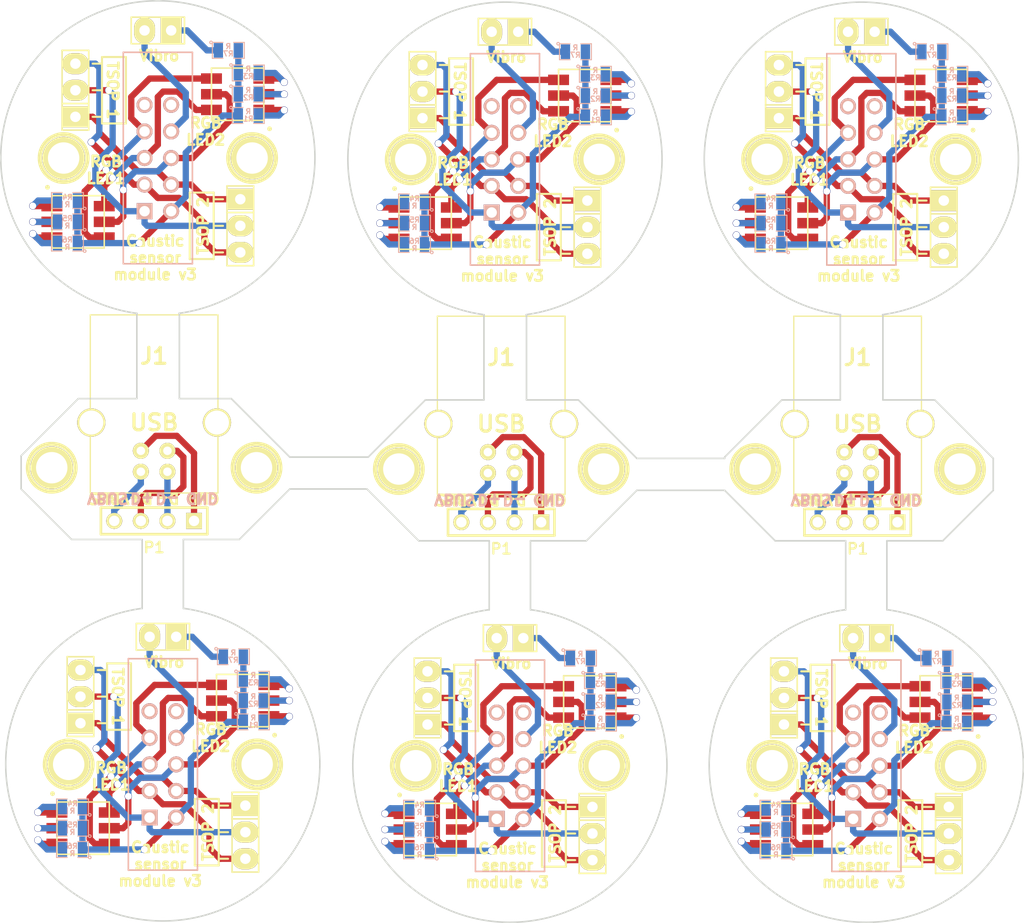
<source format=kicad_pcb>
(kicad_pcb (version 3) (host pcbnew "(2013-may-18)-stable")
  (title_block (title "Caustic LT MCU board") (rev 1.0))
  (layers (15 F.Cu signal) (0 B.Cu signal) (18 B.Paste user) (19 F.Paste user) (20 B.SilkS user) (21 F.SilkS user) (22 B.Mask user) (23 F.Mask user) (28 Edge.Cuts user))
  (net 0 "")
  (net 1 +3.3V)
  (net 2 +BATT)
  (net 3 GND)
  (net 4 N-000001)
  (net 5 N-0000012)
  (net 6 N-0000013)
  (net 7 N-0000014)
  (net 8 N-0000015)
  (net 9 N-0000016)
  (net 10 N-0000017)
  (net 11 N-000002)
  (net 12 N-000003)
  (net 13 N-000004)
  (net 14 N-000005)
  (net 15 N-000006)
  (net 16 N-000007)
  (net 17 N-000008)
  (module 1pin (layer F.Cu) (at 146.9052 191.2874)
    (fp_text reference 1PIN hide)
    (fp_text value P*** hide)
    (pad 1 thru_hole circle (at 0 0) (size 4.064 4.064) (drill 3) (layers *.Cu *.Mask F.SilkS))
  )
  (module 1pin (layer F.Cu) (at 164.9052 191.2874)
    (fp_text reference 1PIN hide)
    (fp_text value P*** hide)
    (pad 1 thru_hole circle (at 0 0) (size 4.064 4.064) (drill 3) (layers *.Cu *.Mask F.SilkS))
  )
  (module PIN_ARRAY_5x2_SOCKET (layer B.Cu) (at 155.9052 191.2874 90)
    (fp_text reference P1 hide)
    (fp_text value SENSOR_CONNECTOR hide)
    (pad 1 thru_hole rect (at -5.08 -1.27 90) (size 1.524 1.524) (drill 1) (layers *.Cu *.Mask B.SilkS) (net 3 GND))
    (pad 2 thru_hole circle (at -5.08 1.27 90) (size 1.524 1.524) (drill 1) (layers *.Cu *.Mask B.SilkS) (net 2 +BATT))
    (pad 3 thru_hole circle (at -2.54 -1.27 90) (size 1.524 1.524) (drill 1) (layers *.Cu *.Mask B.SilkS) (net 1 +3.3V))
    (pad 4 thru_hole circle (at -2.54 1.27 90) (size 1.524 1.524) (drill 1) (layers *.Cu *.Mask B.SilkS) (net 12 N-000003))
    (pad 5 thru_hole circle (at 0 -1.27 90) (size 1.524 1.524) (drill 1) (layers *.Cu *.Mask B.SilkS) (net 5 N-0000012))
    (pad 6 thru_hole circle (at 0 1.27 90) (size 1.524 1.524) (drill 1) (layers *.Cu *.Mask B.SilkS) (net 6 N-0000013))
    (pad 7 thru_hole circle (at 2.54 -1.27 90) (size 1.524 1.524) (drill 1) (layers *.Cu *.Mask B.SilkS) (net 7 N-0000014))
    (pad 8 thru_hole circle (at 2.54 1.27 90) (size 1.524 1.524) (drill 1) (layers *.Cu *.Mask B.SilkS) (net 16 N-000007))
    (pad 9 thru_hole circle (at 5.08 -1.27 90) (size 1.524 1.524) (drill 1) (layers *.Cu *.Mask B.SilkS))
    (pad 10 thru_hole circle (at 5.08 1.27 90) (size 1.524 1.524) (drill 1) (layers *.Cu *.Mask B.SilkS))
  )
  (module PIN_ARRAY_LARGE_PADS_2.54mm_2X1 (layer F.Cu) (at 155.9052 179.0954 180)
    (fp_text reference P2 hide)
    (fp_text value VibroEngine hide)
    (pad 1 thru_hole rect (at -1.27 0 180) (size 2 2.5) (drill 1) (layers *.Cu *.Mask F.SilkS) (net 17 N-000008))
    (pad 2 thru_hole oval (at 1.27 0 180) (size 2 2.5) (drill 1) (layers *.Cu *.Mask F.SilkS) (net 16 N-000007))
  )
  (module PIN_ARRAY_LARGE_PADS_2.54mm_3X1 (layer F.Cu) (at 148.0312 184.8104 90)
    (fp_text reference U4 hide)
    (fp_text value TSOP4856 hide)
    (pad 1 thru_hole rect (at -2.54 0 90) (size 2 2.5) (drill 1) (layers *.Cu *.Mask F.SilkS) (net 12 N-000003))
    (pad 2 thru_hole oval (at 0 0 90) (size 2 2.5) (drill 1) (layers *.Cu *.Mask F.SilkS) (net 3 GND))
    (pad 3 thru_hole oval (at 2.54 0 90) (size 2 2.5) (drill 1) (layers *.Cu *.Mask F.SilkS) (net 1 +3.3V))
  )
  (module PIN_ARRAY_LARGE_PADS_2.54mm_3X1 (layer F.Cu) (at 163.7792 197.7644 270)
    (fp_text reference U3 hide)
    (fp_text value TSOP4856 hide)
    (pad 1 thru_hole rect (at -2.54 0 270) (size 2 2.5) (drill 1) (layers *.Cu *.Mask F.SilkS) (net 12 N-000003))
    (pad 2 thru_hole oval (at 0 0 270) (size 2 2.5) (drill 1) (layers *.Cu *.Mask F.SilkS) (net 3 GND))
    (pad 3 thru_hole oval (at 2.54 0 270) (size 2 2.5) (drill 1) (layers *.Cu *.Mask F.SilkS) (net 1 +3.3V))
  )
  (module RGB-led (layer F.Cu) (at 148.2852 197.3834)
    (fp_text reference U2 hide)
    (fp_text value RGB-LED hide)
    (pad 1 smd rect (at 2.5 1.5) (size 2 1) (layers F.Cu F.Paste F.Mask) (net 7 N-0000014))
    (pad 2 smd rect (at 2.5 0) (size 2 1) (layers F.Cu F.Paste F.Mask) (net 6 N-0000013))
    (pad 3 smd rect (at 2.5 -1.5) (size 2 1) (layers F.Cu F.Paste F.Mask) (net 5 N-0000012))
    (pad 4 smd rect (at -2.5 -1.5) (size 2 1) (layers F.Cu F.Paste F.Mask) (net 15 N-000006))
    (pad 5 smd rect (at -2.5 0) (size 2 1) (layers F.Cu F.Paste F.Mask) (net 14 N-000005))
    (pad 6 smd rect (at -2.5 1.5) (size 2 1) (layers F.Cu F.Paste F.Mask) (net 13 N-000004))
  )
  (module RGB-led (layer F.Cu) (at 163.5252 185.1914 180)
    (fp_text reference U1 hide)
    (fp_text value RGB-LED hide)
    (pad 1 smd rect (at 2.5 1.5 180) (size 2 1) (layers F.Cu F.Paste F.Mask) (net 7 N-0000014))
    (pad 2 smd rect (at 2.5 0 180) (size 2 1) (layers F.Cu F.Paste F.Mask) (net 6 N-0000013))
    (pad 3 smd rect (at 2.5 -1.5 180) (size 2 1) (layers F.Cu F.Paste F.Mask) (net 5 N-0000012))
    (pad 4 smd rect (at -2.5 -1.5 180) (size 2 1) (layers F.Cu F.Paste F.Mask) (net 8 N-0000015))
    (pad 5 smd rect (at -2.5 0 180) (size 2 1) (layers F.Cu F.Paste F.Mask) (net 10 N-0000017))
    (pad 6 smd rect (at -2.5 1.5 180) (size 2 1) (layers F.Cu F.Paste F.Mask) (net 9 N-0000016))
  )
  (module SM0805 (layer B.Cu) (at 162.6362 181.0004)
    (fp_text reference R7 (at 0 0.3175) (layer B.SilkS) (effects (font (size 0.50038 0.50038) (thickness 0.10922)) (justify mirror)))
    (fp_text value R (at 0 -0.381) (layer B.SilkS) (effects (font (size 0.50038 0.50038) (thickness 0.10922)) (justify mirror)))
    (pad 1 smd rect (at -0.9525 0) (size 0.889 1.397) (layers B.Cu B.Paste B.Mask) (net 17 N-000008))
    (pad 2 smd rect (at 0.9525 0) (size 0.889 1.397) (layers B.Cu B.Paste B.Mask) (net 2 +BATT))
  )
  (module SM0805 (layer B.Cu) (at 147.2692 199.4154 180)
    (fp_text reference R6 (at 0 0.3175 180) (layer B.SilkS) (effects (font (size 0.50038 0.50038) (thickness 0.10922)) (justify mirror)))
    (fp_text value R (at 0 -0.381 180) (layer B.SilkS) (effects (font (size 0.50038 0.50038) (thickness 0.10922)) (justify mirror)))
    (pad 1 smd rect (at -0.9525 0 180) (size 0.889 1.397) (layers B.Cu B.Paste B.Mask) (net 2 +BATT))
    (pad 2 smd rect (at 0.9525 0 180) (size 0.889 1.397) (layers B.Cu B.Paste B.Mask) (net 13 N-000004))
  )
  (module SM0805 (layer B.Cu) (at 147.2692 197.3834 180)
    (fp_text reference R5 (at 0 0.3175 180) (layer B.SilkS) (effects (font (size 0.50038 0.50038) (thickness 0.10922)) (justify mirror)))
    (fp_text value R (at 0 -0.381 180) (layer B.SilkS) (effects (font (size 0.50038 0.50038) (thickness 0.10922)) (justify mirror)))
    (pad 1 smd rect (at -0.9525 0 180) (size 0.889 1.397) (layers B.Cu B.Paste B.Mask) (net 2 +BATT))
    (pad 2 smd rect (at 0.9525 0 180) (size 0.889 1.397) (layers B.Cu B.Paste B.Mask) (net 14 N-000005))
  )
  (module SM0805 (layer B.Cu) (at 147.2692 195.3514 180)
    (fp_text reference R4 (at 0 0.3175 180) (layer B.SilkS) (effects (font (size 0.50038 0.50038) (thickness 0.10922)) (justify mirror)))
    (fp_text value R (at 0 -0.381 180) (layer B.SilkS) (effects (font (size 0.50038 0.50038) (thickness 0.10922)) (justify mirror)))
    (pad 1 smd rect (at -0.9525 0 180) (size 0.889 1.397) (layers B.Cu B.Paste B.Mask) (net 2 +BATT))
    (pad 2 smd rect (at 0.9525 0 180) (size 0.889 1.397) (layers B.Cu B.Paste B.Mask) (net 15 N-000006))
  )
  (module SM0805 (layer B.Cu) (at 164.5412 183.1594)
    (fp_text reference R3 (at 0 0.3175) (layer B.SilkS) (effects (font (size 0.50038 0.50038) (thickness 0.10922)) (justify mirror)))
    (fp_text value R (at 0 -0.381) (layer B.SilkS) (effects (font (size 0.50038 0.50038) (thickness 0.10922)) (justify mirror)))
    (pad 1 smd rect (at -0.9525 0) (size 0.889 1.397) (layers B.Cu B.Paste B.Mask) (net 2 +BATT))
    (pad 2 smd rect (at 0.9525 0) (size 0.889 1.397) (layers B.Cu B.Paste B.Mask) (net 9 N-0000016))
  )
  (module SM0805 (layer B.Cu) (at 164.5412 185.1914)
    (fp_text reference R2 (at 0 0.3175) (layer B.SilkS) (effects (font (size 0.50038 0.50038) (thickness 0.10922)) (justify mirror)))
    (fp_text value R (at 0 -0.381) (layer B.SilkS) (effects (font (size 0.50038 0.50038) (thickness 0.10922)) (justify mirror)))
    (pad 1 smd rect (at -0.9525 0) (size 0.889 1.397) (layers B.Cu B.Paste B.Mask) (net 2 +BATT))
    (pad 2 smd rect (at 0.9525 0) (size 0.889 1.397) (layers B.Cu B.Paste B.Mask) (net 10 N-0000017))
  )
  (module SM0805 (layer B.Cu) (at 164.5412 187.2234)
    (fp_text reference R1 (at 0 0.3175) (layer B.SilkS) (effects (font (size 0.50038 0.50038) (thickness 0.10922)) (justify mirror)))
    (fp_text value R (at 0 -0.381) (layer B.SilkS) (effects (font (size 0.50038 0.50038) (thickness 0.10922)) (justify mirror)))
    (pad 1 smd rect (at -0.9525 0) (size 0.889 1.397) (layers B.Cu B.Paste B.Mask) (net 2 +BATT))
    (pad 2 smd rect (at 0.9525 0) (size 0.889 1.397) (layers B.Cu B.Paste B.Mask) (net 8 N-0000015))
  )
  (module SM0805 (layer B.Cu) (at 164.0586 129.286)
    (fp_text reference R1 (at 0 0.3175) (layer B.SilkS) (effects (font (size 0.50038 0.50038) (thickness 0.10922)) (justify mirror)))
    (fp_text value R (at 0 -0.381) (layer B.SilkS) (effects (font (size 0.50038 0.50038) (thickness 0.10922)) (justify mirror)))
    (pad 1 smd rect (at -0.9525 0) (size 0.889 1.397) (layers B.Cu B.Paste B.Mask) (net 2 +BATT))
    (pad 2 smd rect (at 0.9525 0) (size 0.889 1.397) (layers B.Cu B.Paste B.Mask) (net 8 N-0000015))
  )
  (module SM0805 (layer B.Cu) (at 164.0586 127.254)
    (fp_text reference R2 (at 0 0.3175) (layer B.SilkS) (effects (font (size 0.50038 0.50038) (thickness 0.10922)) (justify mirror)))
    (fp_text value R (at 0 -0.381) (layer B.SilkS) (effects (font (size 0.50038 0.50038) (thickness 0.10922)) (justify mirror)))
    (pad 1 smd rect (at -0.9525 0) (size 0.889 1.397) (layers B.Cu B.Paste B.Mask) (net 2 +BATT))
    (pad 2 smd rect (at 0.9525 0) (size 0.889 1.397) (layers B.Cu B.Paste B.Mask) (net 10 N-0000017))
  )
  (module SM0805 (layer B.Cu) (at 164.0586 125.222)
    (fp_text reference R3 (at 0 0.3175) (layer B.SilkS) (effects (font (size 0.50038 0.50038) (thickness 0.10922)) (justify mirror)))
    (fp_text value R (at 0 -0.381) (layer B.SilkS) (effects (font (size 0.50038 0.50038) (thickness 0.10922)) (justify mirror)))
    (pad 1 smd rect (at -0.9525 0) (size 0.889 1.397) (layers B.Cu B.Paste B.Mask) (net 2 +BATT))
    (pad 2 smd rect (at 0.9525 0) (size 0.889 1.397) (layers B.Cu B.Paste B.Mask) (net 9 N-0000016))
  )
  (module SM0805 (layer B.Cu) (at 146.7866 137.414 180)
    (fp_text reference R4 (at 0 0.3175 180) (layer B.SilkS) (effects (font (size 0.50038 0.50038) (thickness 0.10922)) (justify mirror)))
    (fp_text value R (at 0 -0.381 180) (layer B.SilkS) (effects (font (size 0.50038 0.50038) (thickness 0.10922)) (justify mirror)))
    (pad 1 smd rect (at -0.9525 0 180) (size 0.889 1.397) (layers B.Cu B.Paste B.Mask) (net 2 +BATT))
    (pad 2 smd rect (at 0.9525 0 180) (size 0.889 1.397) (layers B.Cu B.Paste B.Mask) (net 15 N-000006))
  )
  (module SM0805 (layer B.Cu) (at 146.7866 139.446 180)
    (fp_text reference R5 (at 0 0.3175 180) (layer B.SilkS) (effects (font (size 0.50038 0.50038) (thickness 0.10922)) (justify mirror)))
    (fp_text value R (at 0 -0.381 180) (layer B.SilkS) (effects (font (size 0.50038 0.50038) (thickness 0.10922)) (justify mirror)))
    (pad 1 smd rect (at -0.9525 0 180) (size 0.889 1.397) (layers B.Cu B.Paste B.Mask) (net 2 +BATT))
    (pad 2 smd rect (at 0.9525 0 180) (size 0.889 1.397) (layers B.Cu B.Paste B.Mask) (net 14 N-000005))
  )
  (module SM0805 (layer B.Cu) (at 146.7866 141.478 180)
    (fp_text reference R6 (at 0 0.3175 180) (layer B.SilkS) (effects (font (size 0.50038 0.50038) (thickness 0.10922)) (justify mirror)))
    (fp_text value R (at 0 -0.381 180) (layer B.SilkS) (effects (font (size 0.50038 0.50038) (thickness 0.10922)) (justify mirror)))
    (pad 1 smd rect (at -0.9525 0 180) (size 0.889 1.397) (layers B.Cu B.Paste B.Mask) (net 2 +BATT))
    (pad 2 smd rect (at 0.9525 0 180) (size 0.889 1.397) (layers B.Cu B.Paste B.Mask) (net 13 N-000004))
  )
  (module SM0805 (layer B.Cu) (at 162.1536 123.063)
    (fp_text reference R7 (at 0 0.3175) (layer B.SilkS) (effects (font (size 0.50038 0.50038) (thickness 0.10922)) (justify mirror)))
    (fp_text value R (at 0 -0.381) (layer B.SilkS) (effects (font (size 0.50038 0.50038) (thickness 0.10922)) (justify mirror)))
    (pad 1 smd rect (at -0.9525 0) (size 0.889 1.397) (layers B.Cu B.Paste B.Mask) (net 17 N-000008))
    (pad 2 smd rect (at 0.9525 0) (size 0.889 1.397) (layers B.Cu B.Paste B.Mask) (net 2 +BATT))
  )
  (module RGB-led (layer F.Cu) (at 163.0426 127.254 180)
    (fp_text reference U1 hide)
    (fp_text value RGB-LED hide)
    (pad 1 smd rect (at 2.5 1.5 180) (size 2 1) (layers F.Cu F.Paste F.Mask) (net 7 N-0000014))
    (pad 2 smd rect (at 2.5 0 180) (size 2 1) (layers F.Cu F.Paste F.Mask) (net 6 N-0000013))
    (pad 3 smd rect (at 2.5 -1.5 180) (size 2 1) (layers F.Cu F.Paste F.Mask) (net 5 N-0000012))
    (pad 4 smd rect (at -2.5 -1.5 180) (size 2 1) (layers F.Cu F.Paste F.Mask) (net 8 N-0000015))
    (pad 5 smd rect (at -2.5 0 180) (size 2 1) (layers F.Cu F.Paste F.Mask) (net 10 N-0000017))
    (pad 6 smd rect (at -2.5 1.5 180) (size 2 1) (layers F.Cu F.Paste F.Mask) (net 9 N-0000016))
  )
  (module RGB-led (layer F.Cu) (at 147.8026 139.446)
    (fp_text reference U2 hide)
    (fp_text value RGB-LED hide)
    (pad 1 smd rect (at 2.5 1.5) (size 2 1) (layers F.Cu F.Paste F.Mask) (net 7 N-0000014))
    (pad 2 smd rect (at 2.5 0) (size 2 1) (layers F.Cu F.Paste F.Mask) (net 6 N-0000013))
    (pad 3 smd rect (at 2.5 -1.5) (size 2 1) (layers F.Cu F.Paste F.Mask) (net 5 N-0000012))
    (pad 4 smd rect (at -2.5 -1.5) (size 2 1) (layers F.Cu F.Paste F.Mask) (net 15 N-000006))
    (pad 5 smd rect (at -2.5 0) (size 2 1) (layers F.Cu F.Paste F.Mask) (net 14 N-000005))
    (pad 6 smd rect (at -2.5 1.5) (size 2 1) (layers F.Cu F.Paste F.Mask) (net 13 N-000004))
  )
  (module PIN_ARRAY_LARGE_PADS_2.54mm_3X1 (layer F.Cu) (at 163.2966 139.827 270)
    (fp_text reference U3 hide)
    (fp_text value TSOP4856 hide)
    (pad 1 thru_hole rect (at -2.54 0 270) (size 2 2.5) (drill 1) (layers *.Cu *.Mask F.SilkS) (net 12 N-000003))
    (pad 2 thru_hole oval (at 0 0 270) (size 2 2.5) (drill 1) (layers *.Cu *.Mask F.SilkS) (net 3 GND))
    (pad 3 thru_hole oval (at 2.54 0 270) (size 2 2.5) (drill 1) (layers *.Cu *.Mask F.SilkS) (net 1 +3.3V))
  )
  (module PIN_ARRAY_LARGE_PADS_2.54mm_3X1 (layer F.Cu) (at 147.5486 126.873 90)
    (fp_text reference U4 hide)
    (fp_text value TSOP4856 hide)
    (pad 1 thru_hole rect (at -2.54 0 90) (size 2 2.5) (drill 1) (layers *.Cu *.Mask F.SilkS) (net 12 N-000003))
    (pad 2 thru_hole oval (at 0 0 90) (size 2 2.5) (drill 1) (layers *.Cu *.Mask F.SilkS) (net 3 GND))
    (pad 3 thru_hole oval (at 2.54 0 90) (size 2 2.5) (drill 1) (layers *.Cu *.Mask F.SilkS) (net 1 +3.3V))
  )
  (module PIN_ARRAY_LARGE_PADS_2.54mm_2X1 (layer F.Cu) (at 155.4226 121.158 180)
    (fp_text reference P2 hide)
    (fp_text value VibroEngine hide)
    (pad 1 thru_hole rect (at -1.27 0 180) (size 2 2.5) (drill 1) (layers *.Cu *.Mask F.SilkS) (net 17 N-000008))
    (pad 2 thru_hole oval (at 1.27 0 180) (size 2 2.5) (drill 1) (layers *.Cu *.Mask F.SilkS) (net 16 N-000007))
  )
  (module PIN_ARRAY_5x2_SOCKET (layer B.Cu) (at 155.4226 133.35 90)
    (fp_text reference P1 hide)
    (fp_text value SENSOR_CONNECTOR hide)
    (pad 1 thru_hole rect (at -5.08 -1.27 90) (size 1.524 1.524) (drill 1) (layers *.Cu *.Mask B.SilkS) (net 3 GND))
    (pad 2 thru_hole circle (at -5.08 1.27 90) (size 1.524 1.524) (drill 1) (layers *.Cu *.Mask B.SilkS) (net 2 +BATT))
    (pad 3 thru_hole circle (at -2.54 -1.27 90) (size 1.524 1.524) (drill 1) (layers *.Cu *.Mask B.SilkS) (net 1 +3.3V))
    (pad 4 thru_hole circle (at -2.54 1.27 90) (size 1.524 1.524) (drill 1) (layers *.Cu *.Mask B.SilkS) (net 12 N-000003))
    (pad 5 thru_hole circle (at 0 -1.27 90) (size 1.524 1.524) (drill 1) (layers *.Cu *.Mask B.SilkS) (net 5 N-0000012))
    (pad 6 thru_hole circle (at 0 1.27 90) (size 1.524 1.524) (drill 1) (layers *.Cu *.Mask B.SilkS) (net 6 N-0000013))
    (pad 7 thru_hole circle (at 2.54 -1.27 90) (size 1.524 1.524) (drill 1) (layers *.Cu *.Mask B.SilkS) (net 7 N-0000014))
    (pad 8 thru_hole circle (at 2.54 1.27 90) (size 1.524 1.524) (drill 1) (layers *.Cu *.Mask B.SilkS) (net 16 N-000007))
    (pad 9 thru_hole circle (at 5.08 -1.27 90) (size 1.524 1.524) (drill 1) (layers *.Cu *.Mask B.SilkS))
    (pad 10 thru_hole circle (at 5.08 1.27 90) (size 1.524 1.524) (drill 1) (layers *.Cu *.Mask B.SilkS))
  )
  (module 1pin (layer F.Cu) (at 164.4226 133.35)
    (fp_text reference 1PIN hide)
    (fp_text value P*** hide)
    (pad 1 thru_hole circle (at 0 0) (size 4.064 4.064) (drill 3) (layers *.Cu *.Mask F.SilkS))
  )
  (module 1pin (layer F.Cu) (at 146.4226 133.35)
    (fp_text reference 1PIN hide)
    (fp_text value P*** hide)
    (pad 1 thru_hole circle (at 0 0) (size 4.064 4.064) (drill 3) (layers *.Cu *.Mask F.SilkS))
  )
  (module USB_B (layer F.Cu) (at 155.067 158.623 180)
    (fp_text reference J1 (at 0 6.35 180) (layer F.SilkS) (effects (font (size 1.524 1.524) (thickness 0.3048))))
    (fp_text value USB (at 0 0 180) (layer F.SilkS) (effects (font (size 1.524 1.524) (thickness 0.3048))))
    (pad 1 thru_hole circle (at 1.27 -4.699 180) (size 1.524 1.524) (drill 0.8128) (layers *.Cu *.Mask F.SilkS) (net 11 N-000002))
    (pad 2 thru_hole circle (at -1.27 -4.699 180) (size 1.524 1.524) (drill 0.8128) (layers *.Cu *.Mask F.SilkS) (net 13 N-000004))
    (pad 3 thru_hole circle (at -1.27 -2.70002 180) (size 1.524 1.524) (drill 0.8128) (layers *.Cu *.Mask F.SilkS) (net 12 N-000003))
    (pad 4 thru_hole circle (at 1.27 -2.70002 180) (size 1.524 1.524) (drill 0.8128) (layers *.Cu *.Mask F.SilkS) (net 4 N-000001))
    (pad 5 thru_hole circle (at 5.99948 0 180) (size 2.70002 2.70002) (drill 2.30124) (layers *.Cu *.Mask F.SilkS))
    (pad 6 thru_hole circle (at -5.99948 0 180) (size 2.70002 2.70002) (drill 2.30124) (layers *.Cu *.Mask F.SilkS))
  )
  (module PIN_ARRAY_4x1 (layer F.Cu) (at 155.067 168.021 180)
    (fp_text reference P1 (at 0 -2.54 180) (layer F.SilkS) (effects (font (size 1.016 1.016) (thickness 0.2032))))
    (fp_text value CONN_4 hide)
    (pad 1 thru_hole rect (at -3.81 0 180) (size 1.524 1.524) (drill 1) (layers *.Cu *.Mask F.SilkS) (net 4 N-000001))
    (pad 2 thru_hole circle (at -1.27 0 180) (size 1.524 1.524) (drill 1) (layers *.Cu *.Mask F.SilkS) (net 13 N-000004))
    (pad 3 thru_hole circle (at 1.27 0 180) (size 1.524 1.524) (drill 1) (layers *.Cu *.Mask F.SilkS) (net 12 N-000003))
    (pad 4 thru_hole circle (at 3.81 0 180) (size 1.524 1.524) (drill 1) (layers *.Cu *.Mask F.SilkS) (net 11 N-000002))
  )
  (module 1pin (layer F.Cu) (at 145.288 162.941 180)
    (fp_text reference 1PIN hide)
    (fp_text value P*** hide)
    (pad 1 thru_hole circle (at 0 0 180) (size 4.064 4.064) (drill 3) (layers *.Cu *.Mask F.SilkS))
  )
  (module 1pin (layer F.Cu) (at 164.846 162.941 180)
    (fp_text reference 1PIN hide)
    (fp_text value P*** hide)
    (pad 1 thru_hole circle (at 0 0 180) (size 4.064 4.064) (drill 3) (layers *.Cu *.Mask F.SilkS))
  )
  (module 1pin (layer F.Cu) (at 197.993 163.068 180)
    (fp_text reference 1PIN hide)
    (fp_text value P*** hide)
    (pad 1 thru_hole circle (at 0 0 180) (size 4.064 4.064) (drill 3) (layers *.Cu *.Mask F.SilkS))
  )
  (module 1pin (layer F.Cu) (at 178.435 163.068 180)
    (fp_text reference 1PIN hide)
    (fp_text value P*** hide)
    (pad 1 thru_hole circle (at 0 0 180) (size 4.064 4.064) (drill 3) (layers *.Cu *.Mask F.SilkS))
  )
  (module PIN_ARRAY_4x1 (layer F.Cu) (at 188.214 168.148 180)
    (fp_text reference P1 (at 0 -2.54 180) (layer F.SilkS) (effects (font (size 1.016 1.016) (thickness 0.2032))))
    (fp_text value CONN_4 hide)
    (pad 1 thru_hole rect (at -3.81 0 180) (size 1.524 1.524) (drill 1) (layers *.Cu *.Mask F.SilkS) (net 4 N-000001))
    (pad 2 thru_hole circle (at -1.27 0 180) (size 1.524 1.524) (drill 1) (layers *.Cu *.Mask F.SilkS) (net 13 N-000004))
    (pad 3 thru_hole circle (at 1.27 0 180) (size 1.524 1.524) (drill 1) (layers *.Cu *.Mask F.SilkS) (net 12 N-000003))
    (pad 4 thru_hole circle (at 3.81 0 180) (size 1.524 1.524) (drill 1) (layers *.Cu *.Mask F.SilkS) (net 11 N-000002))
  )
  (module USB_B (layer F.Cu) (at 188.214 158.75 180)
    (fp_text reference J1 (at 0 6.35 180) (layer F.SilkS) (effects (font (size 1.524 1.524) (thickness 0.3048))))
    (fp_text value USB (at 0 0 180) (layer F.SilkS) (effects (font (size 1.524 1.524) (thickness 0.3048))))
    (pad 1 thru_hole circle (at 1.27 -4.699 180) (size 1.524 1.524) (drill 0.8128) (layers *.Cu *.Mask F.SilkS) (net 11 N-000002))
    (pad 2 thru_hole circle (at -1.27 -4.699 180) (size 1.524 1.524) (drill 0.8128) (layers *.Cu *.Mask F.SilkS) (net 13 N-000004))
    (pad 3 thru_hole circle (at -1.27 -2.70002 180) (size 1.524 1.524) (drill 0.8128) (layers *.Cu *.Mask F.SilkS) (net 12 N-000003))
    (pad 4 thru_hole circle (at 1.27 -2.70002 180) (size 1.524 1.524) (drill 0.8128) (layers *.Cu *.Mask F.SilkS) (net 4 N-000001))
    (pad 5 thru_hole circle (at 5.99948 0 180) (size 2.70002 2.70002) (drill 2.30124) (layers *.Cu *.Mask F.SilkS))
    (pad 6 thru_hole circle (at -5.99948 0 180) (size 2.70002 2.70002) (drill 2.30124) (layers *.Cu *.Mask F.SilkS))
  )
  (module 1pin (layer F.Cu) (at 179.5696 133.477)
    (fp_text reference 1PIN hide)
    (fp_text value P*** hide)
    (pad 1 thru_hole circle (at 0 0) (size 4.064 4.064) (drill 3) (layers *.Cu *.Mask F.SilkS))
  )
  (module 1pin (layer F.Cu) (at 197.5696 133.477)
    (fp_text reference 1PIN hide)
    (fp_text value P*** hide)
    (pad 1 thru_hole circle (at 0 0) (size 4.064 4.064) (drill 3) (layers *.Cu *.Mask F.SilkS))
  )
  (module PIN_ARRAY_5x2_SOCKET (layer B.Cu) (at 188.5696 133.477 90)
    (fp_text reference P1 hide)
    (fp_text value SENSOR_CONNECTOR hide)
    (pad 1 thru_hole rect (at -5.08 -1.27 90) (size 1.524 1.524) (drill 1) (layers *.Cu *.Mask B.SilkS) (net 3 GND))
    (pad 2 thru_hole circle (at -5.08 1.27 90) (size 1.524 1.524) (drill 1) (layers *.Cu *.Mask B.SilkS) (net 2 +BATT))
    (pad 3 thru_hole circle (at -2.54 -1.27 90) (size 1.524 1.524) (drill 1) (layers *.Cu *.Mask B.SilkS) (net 1 +3.3V))
    (pad 4 thru_hole circle (at -2.54 1.27 90) (size 1.524 1.524) (drill 1) (layers *.Cu *.Mask B.SilkS) (net 12 N-000003))
    (pad 5 thru_hole circle (at 0 -1.27 90) (size 1.524 1.524) (drill 1) (layers *.Cu *.Mask B.SilkS) (net 5 N-0000012))
    (pad 6 thru_hole circle (at 0 1.27 90) (size 1.524 1.524) (drill 1) (layers *.Cu *.Mask B.SilkS) (net 6 N-0000013))
    (pad 7 thru_hole circle (at 2.54 -1.27 90) (size 1.524 1.524) (drill 1) (layers *.Cu *.Mask B.SilkS) (net 7 N-0000014))
    (pad 8 thru_hole circle (at 2.54 1.27 90) (size 1.524 1.524) (drill 1) (layers *.Cu *.Mask B.SilkS) (net 16 N-000007))
    (pad 9 thru_hole circle (at 5.08 -1.27 90) (size 1.524 1.524) (drill 1) (layers *.Cu *.Mask B.SilkS))
    (pad 10 thru_hole circle (at 5.08 1.27 90) (size 1.524 1.524) (drill 1) (layers *.Cu *.Mask B.SilkS))
  )
  (module PIN_ARRAY_LARGE_PADS_2.54mm_2X1 (layer F.Cu) (at 188.5696 121.285 180)
    (fp_text reference P2 hide)
    (fp_text value VibroEngine hide)
    (pad 1 thru_hole rect (at -1.27 0 180) (size 2 2.5) (drill 1) (layers *.Cu *.Mask F.SilkS) (net 17 N-000008))
    (pad 2 thru_hole oval (at 1.27 0 180) (size 2 2.5) (drill 1) (layers *.Cu *.Mask F.SilkS) (net 16 N-000007))
  )
  (module PIN_ARRAY_LARGE_PADS_2.54mm_3X1 (layer F.Cu) (at 180.6956 127 90)
    (fp_text reference U4 hide)
    (fp_text value TSOP4856 hide)
    (pad 1 thru_hole rect (at -2.54 0 90) (size 2 2.5) (drill 1) (layers *.Cu *.Mask F.SilkS) (net 12 N-000003))
    (pad 2 thru_hole oval (at 0 0 90) (size 2 2.5) (drill 1) (layers *.Cu *.Mask F.SilkS) (net 3 GND))
    (pad 3 thru_hole oval (at 2.54 0 90) (size 2 2.5) (drill 1) (layers *.Cu *.Mask F.SilkS) (net 1 +3.3V))
  )
  (module PIN_ARRAY_LARGE_PADS_2.54mm_3X1 (layer F.Cu) (at 196.4436 139.954 270)
    (fp_text reference U3 hide)
    (fp_text value TSOP4856 hide)
    (pad 1 thru_hole rect (at -2.54 0 270) (size 2 2.5) (drill 1) (layers *.Cu *.Mask F.SilkS) (net 12 N-000003))
    (pad 2 thru_hole oval (at 0 0 270) (size 2 2.5) (drill 1) (layers *.Cu *.Mask F.SilkS) (net 3 GND))
    (pad 3 thru_hole oval (at 2.54 0 270) (size 2 2.5) (drill 1) (layers *.Cu *.Mask F.SilkS) (net 1 +3.3V))
  )
  (module RGB-led (layer F.Cu) (at 180.9496 139.573)
    (fp_text reference U2 hide)
    (fp_text value RGB-LED hide)
    (pad 1 smd rect (at 2.5 1.5) (size 2 1) (layers F.Cu F.Paste F.Mask) (net 7 N-0000014))
    (pad 2 smd rect (at 2.5 0) (size 2 1) (layers F.Cu F.Paste F.Mask) (net 6 N-0000013))
    (pad 3 smd rect (at 2.5 -1.5) (size 2 1) (layers F.Cu F.Paste F.Mask) (net 5 N-0000012))
    (pad 4 smd rect (at -2.5 -1.5) (size 2 1) (layers F.Cu F.Paste F.Mask) (net 15 N-000006))
    (pad 5 smd rect (at -2.5 0) (size 2 1) (layers F.Cu F.Paste F.Mask) (net 14 N-000005))
    (pad 6 smd rect (at -2.5 1.5) (size 2 1) (layers F.Cu F.Paste F.Mask) (net 13 N-000004))
  )
  (module RGB-led (layer F.Cu) (at 196.1896 127.381 180)
    (fp_text reference U1 hide)
    (fp_text value RGB-LED hide)
    (pad 1 smd rect (at 2.5 1.5 180) (size 2 1) (layers F.Cu F.Paste F.Mask) (net 7 N-0000014))
    (pad 2 smd rect (at 2.5 0 180) (size 2 1) (layers F.Cu F.Paste F.Mask) (net 6 N-0000013))
    (pad 3 smd rect (at 2.5 -1.5 180) (size 2 1) (layers F.Cu F.Paste F.Mask) (net 5 N-0000012))
    (pad 4 smd rect (at -2.5 -1.5 180) (size 2 1) (layers F.Cu F.Paste F.Mask) (net 8 N-0000015))
    (pad 5 smd rect (at -2.5 0 180) (size 2 1) (layers F.Cu F.Paste F.Mask) (net 10 N-0000017))
    (pad 6 smd rect (at -2.5 1.5 180) (size 2 1) (layers F.Cu F.Paste F.Mask) (net 9 N-0000016))
  )
  (module SM0805 (layer B.Cu) (at 195.3006 123.19)
    (fp_text reference R7 (at 0 0.3175) (layer B.SilkS) (effects (font (size 0.50038 0.50038) (thickness 0.10922)) (justify mirror)))
    (fp_text value R (at 0 -0.381) (layer B.SilkS) (effects (font (size 0.50038 0.50038) (thickness 0.10922)) (justify mirror)))
    (pad 1 smd rect (at -0.9525 0) (size 0.889 1.397) (layers B.Cu B.Paste B.Mask) (net 17 N-000008))
    (pad 2 smd rect (at 0.9525 0) (size 0.889 1.397) (layers B.Cu B.Paste B.Mask) (net 2 +BATT))
  )
  (module SM0805 (layer B.Cu) (at 179.9336 141.605 180)
    (fp_text reference R6 (at 0 0.3175 180) (layer B.SilkS) (effects (font (size 0.50038 0.50038) (thickness 0.10922)) (justify mirror)))
    (fp_text value R (at 0 -0.381 180) (layer B.SilkS) (effects (font (size 0.50038 0.50038) (thickness 0.10922)) (justify mirror)))
    (pad 1 smd rect (at -0.9525 0 180) (size 0.889 1.397) (layers B.Cu B.Paste B.Mask) (net 2 +BATT))
    (pad 2 smd rect (at 0.9525 0 180) (size 0.889 1.397) (layers B.Cu B.Paste B.Mask) (net 13 N-000004))
  )
  (module SM0805 (layer B.Cu) (at 179.9336 139.573 180)
    (fp_text reference R5 (at 0 0.3175 180) (layer B.SilkS) (effects (font (size 0.50038 0.50038) (thickness 0.10922)) (justify mirror)))
    (fp_text value R (at 0 -0.381 180) (layer B.SilkS) (effects (font (size 0.50038 0.50038) (thickness 0.10922)) (justify mirror)))
    (pad 1 smd rect (at -0.9525 0 180) (size 0.889 1.397) (layers B.Cu B.Paste B.Mask) (net 2 +BATT))
    (pad 2 smd rect (at 0.9525 0 180) (size 0.889 1.397) (layers B.Cu B.Paste B.Mask) (net 14 N-000005))
  )
  (module SM0805 (layer B.Cu) (at 179.9336 137.541 180)
    (fp_text reference R4 (at 0 0.3175 180) (layer B.SilkS) (effects (font (size 0.50038 0.50038) (thickness 0.10922)) (justify mirror)))
    (fp_text value R (at 0 -0.381 180) (layer B.SilkS) (effects (font (size 0.50038 0.50038) (thickness 0.10922)) (justify mirror)))
    (pad 1 smd rect (at -0.9525 0 180) (size 0.889 1.397) (layers B.Cu B.Paste B.Mask) (net 2 +BATT))
    (pad 2 smd rect (at 0.9525 0 180) (size 0.889 1.397) (layers B.Cu B.Paste B.Mask) (net 15 N-000006))
  )
  (module SM0805 (layer B.Cu) (at 197.2056 125.349)
    (fp_text reference R3 (at 0 0.3175) (layer B.SilkS) (effects (font (size 0.50038 0.50038) (thickness 0.10922)) (justify mirror)))
    (fp_text value R (at 0 -0.381) (layer B.SilkS) (effects (font (size 0.50038 0.50038) (thickness 0.10922)) (justify mirror)))
    (pad 1 smd rect (at -0.9525 0) (size 0.889 1.397) (layers B.Cu B.Paste B.Mask) (net 2 +BATT))
    (pad 2 smd rect (at 0.9525 0) (size 0.889 1.397) (layers B.Cu B.Paste B.Mask) (net 9 N-0000016))
  )
  (module SM0805 (layer B.Cu) (at 197.2056 127.381)
    (fp_text reference R2 (at 0 0.3175) (layer B.SilkS) (effects (font (size 0.50038 0.50038) (thickness 0.10922)) (justify mirror)))
    (fp_text value R (at 0 -0.381) (layer B.SilkS) (effects (font (size 0.50038 0.50038) (thickness 0.10922)) (justify mirror)))
    (pad 1 smd rect (at -0.9525 0) (size 0.889 1.397) (layers B.Cu B.Paste B.Mask) (net 2 +BATT))
    (pad 2 smd rect (at 0.9525 0) (size 0.889 1.397) (layers B.Cu B.Paste B.Mask) (net 10 N-0000017))
  )
  (module SM0805 (layer B.Cu) (at 197.2056 129.413)
    (fp_text reference R1 (at 0 0.3175) (layer B.SilkS) (effects (font (size 0.50038 0.50038) (thickness 0.10922)) (justify mirror)))
    (fp_text value R (at 0 -0.381) (layer B.SilkS) (effects (font (size 0.50038 0.50038) (thickness 0.10922)) (justify mirror)))
    (pad 1 smd rect (at -0.9525 0) (size 0.889 1.397) (layers B.Cu B.Paste B.Mask) (net 2 +BATT))
    (pad 2 smd rect (at 0.9525 0) (size 0.889 1.397) (layers B.Cu B.Paste B.Mask) (net 8 N-0000015))
  )
  (module SM0805 (layer B.Cu) (at 197.6882 187.3504)
    (fp_text reference R1 (at 0 0.3175) (layer B.SilkS) (effects (font (size 0.50038 0.50038) (thickness 0.10922)) (justify mirror)))
    (fp_text value R (at 0 -0.381) (layer B.SilkS) (effects (font (size 0.50038 0.50038) (thickness 0.10922)) (justify mirror)))
    (pad 1 smd rect (at -0.9525 0) (size 0.889 1.397) (layers B.Cu B.Paste B.Mask) (net 2 +BATT))
    (pad 2 smd rect (at 0.9525 0) (size 0.889 1.397) (layers B.Cu B.Paste B.Mask) (net 8 N-0000015))
  )
  (module SM0805 (layer B.Cu) (at 197.6882 185.3184)
    (fp_text reference R2 (at 0 0.3175) (layer B.SilkS) (effects (font (size 0.50038 0.50038) (thickness 0.10922)) (justify mirror)))
    (fp_text value R (at 0 -0.381) (layer B.SilkS) (effects (font (size 0.50038 0.50038) (thickness 0.10922)) (justify mirror)))
    (pad 1 smd rect (at -0.9525 0) (size 0.889 1.397) (layers B.Cu B.Paste B.Mask) (net 2 +BATT))
    (pad 2 smd rect (at 0.9525 0) (size 0.889 1.397) (layers B.Cu B.Paste B.Mask) (net 10 N-0000017))
  )
  (module SM0805 (layer B.Cu) (at 197.6882 183.2864)
    (fp_text reference R3 (at 0 0.3175) (layer B.SilkS) (effects (font (size 0.50038 0.50038) (thickness 0.10922)) (justify mirror)))
    (fp_text value R (at 0 -0.381) (layer B.SilkS) (effects (font (size 0.50038 0.50038) (thickness 0.10922)) (justify mirror)))
    (pad 1 smd rect (at -0.9525 0) (size 0.889 1.397) (layers B.Cu B.Paste B.Mask) (net 2 +BATT))
    (pad 2 smd rect (at 0.9525 0) (size 0.889 1.397) (layers B.Cu B.Paste B.Mask) (net 9 N-0000016))
  )
  (module SM0805 (layer B.Cu) (at 180.4162 195.4784 180)
    (fp_text reference R4 (at 0 0.3175 180) (layer B.SilkS) (effects (font (size 0.50038 0.50038) (thickness 0.10922)) (justify mirror)))
    (fp_text value R (at 0 -0.381 180) (layer B.SilkS) (effects (font (size 0.50038 0.50038) (thickness 0.10922)) (justify mirror)))
    (pad 1 smd rect (at -0.9525 0 180) (size 0.889 1.397) (layers B.Cu B.Paste B.Mask) (net 2 +BATT))
    (pad 2 smd rect (at 0.9525 0 180) (size 0.889 1.397) (layers B.Cu B.Paste B.Mask) (net 15 N-000006))
  )
  (module SM0805 (layer B.Cu) (at 180.4162 197.5104 180)
    (fp_text reference R5 (at 0 0.3175 180) (layer B.SilkS) (effects (font (size 0.50038 0.50038) (thickness 0.10922)) (justify mirror)))
    (fp_text value R (at 0 -0.381 180) (layer B.SilkS) (effects (font (size 0.50038 0.50038) (thickness 0.10922)) (justify mirror)))
    (pad 1 smd rect (at -0.9525 0 180) (size 0.889 1.397) (layers B.Cu B.Paste B.Mask) (net 2 +BATT))
    (pad 2 smd rect (at 0.9525 0 180) (size 0.889 1.397) (layers B.Cu B.Paste B.Mask) (net 14 N-000005))
  )
  (module SM0805 (layer B.Cu) (at 180.4162 199.5424 180)
    (fp_text reference R6 (at 0 0.3175 180) (layer B.SilkS) (effects (font (size 0.50038 0.50038) (thickness 0.10922)) (justify mirror)))
    (fp_text value R (at 0 -0.381 180) (layer B.SilkS) (effects (font (size 0.50038 0.50038) (thickness 0.10922)) (justify mirror)))
    (pad 1 smd rect (at -0.9525 0 180) (size 0.889 1.397) (layers B.Cu B.Paste B.Mask) (net 2 +BATT))
    (pad 2 smd rect (at 0.9525 0 180) (size 0.889 1.397) (layers B.Cu B.Paste B.Mask) (net 13 N-000004))
  )
  (module SM0805 (layer B.Cu) (at 195.7832 181.1274)
    (fp_text reference R7 (at 0 0.3175) (layer B.SilkS) (effects (font (size 0.50038 0.50038) (thickness 0.10922)) (justify mirror)))
    (fp_text value R (at 0 -0.381) (layer B.SilkS) (effects (font (size 0.50038 0.50038) (thickness 0.10922)) (justify mirror)))
    (pad 1 smd rect (at -0.9525 0) (size 0.889 1.397) (layers B.Cu B.Paste B.Mask) (net 17 N-000008))
    (pad 2 smd rect (at 0.9525 0) (size 0.889 1.397) (layers B.Cu B.Paste B.Mask) (net 2 +BATT))
  )
  (module RGB-led (layer F.Cu) (at 196.6722 185.3184 180)
    (fp_text reference U1 hide)
    (fp_text value RGB-LED hide)
    (pad 1 smd rect (at 2.5 1.5 180) (size 2 1) (layers F.Cu F.Paste F.Mask) (net 7 N-0000014))
    (pad 2 smd rect (at 2.5 0 180) (size 2 1) (layers F.Cu F.Paste F.Mask) (net 6 N-0000013))
    (pad 3 smd rect (at 2.5 -1.5 180) (size 2 1) (layers F.Cu F.Paste F.Mask) (net 5 N-0000012))
    (pad 4 smd rect (at -2.5 -1.5 180) (size 2 1) (layers F.Cu F.Paste F.Mask) (net 8 N-0000015))
    (pad 5 smd rect (at -2.5 0 180) (size 2 1) (layers F.Cu F.Paste F.Mask) (net 10 N-0000017))
    (pad 6 smd rect (at -2.5 1.5 180) (size 2 1) (layers F.Cu F.Paste F.Mask) (net 9 N-0000016))
  )
  (module RGB-led (layer F.Cu) (at 181.4322 197.5104)
    (fp_text reference U2 hide)
    (fp_text value RGB-LED hide)
    (pad 1 smd rect (at 2.5 1.5) (size 2 1) (layers F.Cu F.Paste F.Mask) (net 7 N-0000014))
    (pad 2 smd rect (at 2.5 0) (size 2 1) (layers F.Cu F.Paste F.Mask) (net 6 N-0000013))
    (pad 3 smd rect (at 2.5 -1.5) (size 2 1) (layers F.Cu F.Paste F.Mask) (net 5 N-0000012))
    (pad 4 smd rect (at -2.5 -1.5) (size 2 1) (layers F.Cu F.Paste F.Mask) (net 15 N-000006))
    (pad 5 smd rect (at -2.5 0) (size 2 1) (layers F.Cu F.Paste F.Mask) (net 14 N-000005))
    (pad 6 smd rect (at -2.5 1.5) (size 2 1) (layers F.Cu F.Paste F.Mask) (net 13 N-000004))
  )
  (module PIN_ARRAY_LARGE_PADS_2.54mm_3X1 (layer F.Cu) (at 196.9262 197.8914 270)
    (fp_text reference U3 hide)
    (fp_text value TSOP4856 hide)
    (pad 1 thru_hole rect (at -2.54 0 270) (size 2 2.5) (drill 1) (layers *.Cu *.Mask F.SilkS) (net 12 N-000003))
    (pad 2 thru_hole oval (at 0 0 270) (size 2 2.5) (drill 1) (layers *.Cu *.Mask F.SilkS) (net 3 GND))
    (pad 3 thru_hole oval (at 2.54 0 270) (size 2 2.5) (drill 1) (layers *.Cu *.Mask F.SilkS) (net 1 +3.3V))
  )
  (module PIN_ARRAY_LARGE_PADS_2.54mm_3X1 (layer F.Cu) (at 181.1782 184.9374 90)
    (fp_text reference U4 hide)
    (fp_text value TSOP4856 hide)
    (pad 1 thru_hole rect (at -2.54 0 90) (size 2 2.5) (drill 1) (layers *.Cu *.Mask F.SilkS) (net 12 N-000003))
    (pad 2 thru_hole oval (at 0 0 90) (size 2 2.5) (drill 1) (layers *.Cu *.Mask F.SilkS) (net 3 GND))
    (pad 3 thru_hole oval (at 2.54 0 90) (size 2 2.5) (drill 1) (layers *.Cu *.Mask F.SilkS) (net 1 +3.3V))
  )
  (module PIN_ARRAY_LARGE_PADS_2.54mm_2X1 (layer F.Cu) (at 189.0522 179.2224 180)
    (fp_text reference P2 hide)
    (fp_text value VibroEngine hide)
    (pad 1 thru_hole rect (at -1.27 0 180) (size 2 2.5) (drill 1) (layers *.Cu *.Mask F.SilkS) (net 17 N-000008))
    (pad 2 thru_hole oval (at 1.27 0 180) (size 2 2.5) (drill 1) (layers *.Cu *.Mask F.SilkS) (net 16 N-000007))
  )
  (module PIN_ARRAY_5x2_SOCKET (layer B.Cu) (at 189.0522 191.4144 90)
    (fp_text reference P1 hide)
    (fp_text value SENSOR_CONNECTOR hide)
    (pad 1 thru_hole rect (at -5.08 -1.27 90) (size 1.524 1.524) (drill 1) (layers *.Cu *.Mask B.SilkS) (net 3 GND))
    (pad 2 thru_hole circle (at -5.08 1.27 90) (size 1.524 1.524) (drill 1) (layers *.Cu *.Mask B.SilkS) (net 2 +BATT))
    (pad 3 thru_hole circle (at -2.54 -1.27 90) (size 1.524 1.524) (drill 1) (layers *.Cu *.Mask B.SilkS) (net 1 +3.3V))
    (pad 4 thru_hole circle (at -2.54 1.27 90) (size 1.524 1.524) (drill 1) (layers *.Cu *.Mask B.SilkS) (net 12 N-000003))
    (pad 5 thru_hole circle (at 0 -1.27 90) (size 1.524 1.524) (drill 1) (layers *.Cu *.Mask B.SilkS) (net 5 N-0000012))
    (pad 6 thru_hole circle (at 0 1.27 90) (size 1.524 1.524) (drill 1) (layers *.Cu *.Mask B.SilkS) (net 6 N-0000013))
    (pad 7 thru_hole circle (at 2.54 -1.27 90) (size 1.524 1.524) (drill 1) (layers *.Cu *.Mask B.SilkS) (net 7 N-0000014))
    (pad 8 thru_hole circle (at 2.54 1.27 90) (size 1.524 1.524) (drill 1) (layers *.Cu *.Mask B.SilkS) (net 16 N-000007))
    (pad 9 thru_hole circle (at 5.08 -1.27 90) (size 1.524 1.524) (drill 1) (layers *.Cu *.Mask B.SilkS))
    (pad 10 thru_hole circle (at 5.08 1.27 90) (size 1.524 1.524) (drill 1) (layers *.Cu *.Mask B.SilkS))
  )
  (module 1pin (layer F.Cu) (at 198.0522 191.4144)
    (fp_text reference 1PIN hide)
    (fp_text value P*** hide)
    (pad 1 thru_hole circle (at 0 0) (size 4.064 4.064) (drill 3) (layers *.Cu *.Mask F.SilkS))
  )
  (module 1pin (layer F.Cu) (at 180.0522 191.4144)
    (fp_text reference 1PIN hide)
    (fp_text value P*** hide)
    (pad 1 thru_hole circle (at 0 0) (size 4.064 4.064) (drill 3) (layers *.Cu *.Mask F.SilkS))
  )
  (module 1pin (layer F.Cu) (at 214.0882 191.4144)
    (fp_text reference 1PIN hide)
    (fp_text value P*** hide)
    (pad 1 thru_hole circle (at 0 0) (size 4.064 4.064) (drill 3) (layers *.Cu *.Mask F.SilkS))
  )
  (module 1pin (layer F.Cu) (at 232.0882 191.4144)
    (fp_text reference 1PIN hide)
    (fp_text value P*** hide)
    (pad 1 thru_hole circle (at 0 0) (size 4.064 4.064) (drill 3) (layers *.Cu *.Mask F.SilkS))
  )
  (module PIN_ARRAY_5x2_SOCKET (layer B.Cu) (at 223.0882 191.4144 90)
    (fp_text reference P1 hide)
    (fp_text value SENSOR_CONNECTOR hide)
    (pad 1 thru_hole rect (at -5.08 -1.27 90) (size 1.524 1.524) (drill 1) (layers *.Cu *.Mask B.SilkS) (net 3 GND))
    (pad 2 thru_hole circle (at -5.08 1.27 90) (size 1.524 1.524) (drill 1) (layers *.Cu *.Mask B.SilkS) (net 2 +BATT))
    (pad 3 thru_hole circle (at -2.54 -1.27 90) (size 1.524 1.524) (drill 1) (layers *.Cu *.Mask B.SilkS) (net 1 +3.3V))
    (pad 4 thru_hole circle (at -2.54 1.27 90) (size 1.524 1.524) (drill 1) (layers *.Cu *.Mask B.SilkS) (net 12 N-000003))
    (pad 5 thru_hole circle (at 0 -1.27 90) (size 1.524 1.524) (drill 1) (layers *.Cu *.Mask B.SilkS) (net 5 N-0000012))
    (pad 6 thru_hole circle (at 0 1.27 90) (size 1.524 1.524) (drill 1) (layers *.Cu *.Mask B.SilkS) (net 6 N-0000013))
    (pad 7 thru_hole circle (at 2.54 -1.27 90) (size 1.524 1.524) (drill 1) (layers *.Cu *.Mask B.SilkS) (net 7 N-0000014))
    (pad 8 thru_hole circle (at 2.54 1.27 90) (size 1.524 1.524) (drill 1) (layers *.Cu *.Mask B.SilkS) (net 16 N-000007))
    (pad 9 thru_hole circle (at 5.08 -1.27 90) (size 1.524 1.524) (drill 1) (layers *.Cu *.Mask B.SilkS))
    (pad 10 thru_hole circle (at 5.08 1.27 90) (size 1.524 1.524) (drill 1) (layers *.Cu *.Mask B.SilkS))
  )
  (module PIN_ARRAY_LARGE_PADS_2.54mm_2X1 (layer F.Cu) (at 223.0882 179.2224 180)
    (fp_text reference P2 hide)
    (fp_text value VibroEngine hide)
    (pad 1 thru_hole rect (at -1.27 0 180) (size 2 2.5) (drill 1) (layers *.Cu *.Mask F.SilkS) (net 17 N-000008))
    (pad 2 thru_hole oval (at 1.27 0 180) (size 2 2.5) (drill 1) (layers *.Cu *.Mask F.SilkS) (net 16 N-000007))
  )
  (module PIN_ARRAY_LARGE_PADS_2.54mm_3X1 (layer F.Cu) (at 215.2142 184.9374 90)
    (fp_text reference U4 hide)
    (fp_text value TSOP4856 hide)
    (pad 1 thru_hole rect (at -2.54 0 90) (size 2 2.5) (drill 1) (layers *.Cu *.Mask F.SilkS) (net 12 N-000003))
    (pad 2 thru_hole oval (at 0 0 90) (size 2 2.5) (drill 1) (layers *.Cu *.Mask F.SilkS) (net 3 GND))
    (pad 3 thru_hole oval (at 2.54 0 90) (size 2 2.5) (drill 1) (layers *.Cu *.Mask F.SilkS) (net 1 +3.3V))
  )
  (module PIN_ARRAY_LARGE_PADS_2.54mm_3X1 (layer F.Cu) (at 230.9622 197.8914 270)
    (fp_text reference U3 hide)
    (fp_text value TSOP4856 hide)
    (pad 1 thru_hole rect (at -2.54 0 270) (size 2 2.5) (drill 1) (layers *.Cu *.Mask F.SilkS) (net 12 N-000003))
    (pad 2 thru_hole oval (at 0 0 270) (size 2 2.5) (drill 1) (layers *.Cu *.Mask F.SilkS) (net 3 GND))
    (pad 3 thru_hole oval (at 2.54 0 270) (size 2 2.5) (drill 1) (layers *.Cu *.Mask F.SilkS) (net 1 +3.3V))
  )
  (module RGB-led (layer F.Cu) (at 215.4682 197.5104)
    (fp_text reference U2 hide)
    (fp_text value RGB-LED hide)
    (pad 1 smd rect (at 2.5 1.5) (size 2 1) (layers F.Cu F.Paste F.Mask) (net 7 N-0000014))
    (pad 2 smd rect (at 2.5 0) (size 2 1) (layers F.Cu F.Paste F.Mask) (net 6 N-0000013))
    (pad 3 smd rect (at 2.5 -1.5) (size 2 1) (layers F.Cu F.Paste F.Mask) (net 5 N-0000012))
    (pad 4 smd rect (at -2.5 -1.5) (size 2 1) (layers F.Cu F.Paste F.Mask) (net 15 N-000006))
    (pad 5 smd rect (at -2.5 0) (size 2 1) (layers F.Cu F.Paste F.Mask) (net 14 N-000005))
    (pad 6 smd rect (at -2.5 1.5) (size 2 1) (layers F.Cu F.Paste F.Mask) (net 13 N-000004))
  )
  (module RGB-led (layer F.Cu) (at 230.7082 185.3184 180)
    (fp_text reference U1 hide)
    (fp_text value RGB-LED hide)
    (pad 1 smd rect (at 2.5 1.5 180) (size 2 1) (layers F.Cu F.Paste F.Mask) (net 7 N-0000014))
    (pad 2 smd rect (at 2.5 0 180) (size 2 1) (layers F.Cu F.Paste F.Mask) (net 6 N-0000013))
    (pad 3 smd rect (at 2.5 -1.5 180) (size 2 1) (layers F.Cu F.Paste F.Mask) (net 5 N-0000012))
    (pad 4 smd rect (at -2.5 -1.5 180) (size 2 1) (layers F.Cu F.Paste F.Mask) (net 8 N-0000015))
    (pad 5 smd rect (at -2.5 0 180) (size 2 1) (layers F.Cu F.Paste F.Mask) (net 10 N-0000017))
    (pad 6 smd rect (at -2.5 1.5 180) (size 2 1) (layers F.Cu F.Paste F.Mask) (net 9 N-0000016))
  )
  (module SM0805 (layer B.Cu) (at 229.8192 181.1274)
    (fp_text reference R7 (at 0 0.3175) (layer B.SilkS) (effects (font (size 0.50038 0.50038) (thickness 0.10922)) (justify mirror)))
    (fp_text value R (at 0 -0.381) (layer B.SilkS) (effects (font (size 0.50038 0.50038) (thickness 0.10922)) (justify mirror)))
    (pad 1 smd rect (at -0.9525 0) (size 0.889 1.397) (layers B.Cu B.Paste B.Mask) (net 17 N-000008))
    (pad 2 smd rect (at 0.9525 0) (size 0.889 1.397) (layers B.Cu B.Paste B.Mask) (net 2 +BATT))
  )
  (module SM0805 (layer B.Cu) (at 214.4522 199.5424 180)
    (fp_text reference R6 (at 0 0.3175 180) (layer B.SilkS) (effects (font (size 0.50038 0.50038) (thickness 0.10922)) (justify mirror)))
    (fp_text value R (at 0 -0.381 180) (layer B.SilkS) (effects (font (size 0.50038 0.50038) (thickness 0.10922)) (justify mirror)))
    (pad 1 smd rect (at -0.9525 0 180) (size 0.889 1.397) (layers B.Cu B.Paste B.Mask) (net 2 +BATT))
    (pad 2 smd rect (at 0.9525 0 180) (size 0.889 1.397) (layers B.Cu B.Paste B.Mask) (net 13 N-000004))
  )
  (module SM0805 (layer B.Cu) (at 214.4522 197.5104 180)
    (fp_text reference R5 (at 0 0.3175 180) (layer B.SilkS) (effects (font (size 0.50038 0.50038) (thickness 0.10922)) (justify mirror)))
    (fp_text value R (at 0 -0.381 180) (layer B.SilkS) (effects (font (size 0.50038 0.50038) (thickness 0.10922)) (justify mirror)))
    (pad 1 smd rect (at -0.9525 0 180) (size 0.889 1.397) (layers B.Cu B.Paste B.Mask) (net 2 +BATT))
    (pad 2 smd rect (at 0.9525 0 180) (size 0.889 1.397) (layers B.Cu B.Paste B.Mask) (net 14 N-000005))
  )
  (module SM0805 (layer B.Cu) (at 214.4522 195.4784 180)
    (fp_text reference R4 (at 0 0.3175 180) (layer B.SilkS) (effects (font (size 0.50038 0.50038) (thickness 0.10922)) (justify mirror)))
    (fp_text value R (at 0 -0.381 180) (layer B.SilkS) (effects (font (size 0.50038 0.50038) (thickness 0.10922)) (justify mirror)))
    (pad 1 smd rect (at -0.9525 0 180) (size 0.889 1.397) (layers B.Cu B.Paste B.Mask) (net 2 +BATT))
    (pad 2 smd rect (at 0.9525 0 180) (size 0.889 1.397) (layers B.Cu B.Paste B.Mask) (net 15 N-000006))
  )
  (module SM0805 (layer B.Cu) (at 231.7242 183.2864)
    (fp_text reference R3 (at 0 0.3175) (layer B.SilkS) (effects (font (size 0.50038 0.50038) (thickness 0.10922)) (justify mirror)))
    (fp_text value R (at 0 -0.381) (layer B.SilkS) (effects (font (size 0.50038 0.50038) (thickness 0.10922)) (justify mirror)))
    (pad 1 smd rect (at -0.9525 0) (size 0.889 1.397) (layers B.Cu B.Paste B.Mask) (net 2 +BATT))
    (pad 2 smd rect (at 0.9525 0) (size 0.889 1.397) (layers B.Cu B.Paste B.Mask) (net 9 N-0000016))
  )
  (module SM0805 (layer B.Cu) (at 231.7242 185.3184)
    (fp_text reference R2 (at 0 0.3175) (layer B.SilkS) (effects (font (size 0.50038 0.50038) (thickness 0.10922)) (justify mirror)))
    (fp_text value R (at 0 -0.381) (layer B.SilkS) (effects (font (size 0.50038 0.50038) (thickness 0.10922)) (justify mirror)))
    (pad 1 smd rect (at -0.9525 0) (size 0.889 1.397) (layers B.Cu B.Paste B.Mask) (net 2 +BATT))
    (pad 2 smd rect (at 0.9525 0) (size 0.889 1.397) (layers B.Cu B.Paste B.Mask) (net 10 N-0000017))
  )
  (module SM0805 (layer B.Cu) (at 231.7242 187.3504)
    (fp_text reference R1 (at 0 0.3175) (layer B.SilkS) (effects (font (size 0.50038 0.50038) (thickness 0.10922)) (justify mirror)))
    (fp_text value R (at 0 -0.381) (layer B.SilkS) (effects (font (size 0.50038 0.50038) (thickness 0.10922)) (justify mirror)))
    (pad 1 smd rect (at -0.9525 0) (size 0.889 1.397) (layers B.Cu B.Paste B.Mask) (net 2 +BATT))
    (pad 2 smd rect (at 0.9525 0) (size 0.889 1.397) (layers B.Cu B.Paste B.Mask) (net 8 N-0000015))
  )
  (module SM0805 (layer B.Cu) (at 231.2416 129.413)
    (fp_text reference R1 (at 0 0.3175) (layer B.SilkS) (effects (font (size 0.50038 0.50038) (thickness 0.10922)) (justify mirror)))
    (fp_text value R (at 0 -0.381) (layer B.SilkS) (effects (font (size 0.50038 0.50038) (thickness 0.10922)) (justify mirror)))
    (pad 1 smd rect (at -0.9525 0) (size 0.889 1.397) (layers B.Cu B.Paste B.Mask) (net 2 +BATT))
    (pad 2 smd rect (at 0.9525 0) (size 0.889 1.397) (layers B.Cu B.Paste B.Mask) (net 8 N-0000015))
  )
  (module SM0805 (layer B.Cu) (at 231.2416 127.381)
    (fp_text reference R2 (at 0 0.3175) (layer B.SilkS) (effects (font (size 0.50038 0.50038) (thickness 0.10922)) (justify mirror)))
    (fp_text value R (at 0 -0.381) (layer B.SilkS) (effects (font (size 0.50038 0.50038) (thickness 0.10922)) (justify mirror)))
    (pad 1 smd rect (at -0.9525 0) (size 0.889 1.397) (layers B.Cu B.Paste B.Mask) (net 2 +BATT))
    (pad 2 smd rect (at 0.9525 0) (size 0.889 1.397) (layers B.Cu B.Paste B.Mask) (net 10 N-0000017))
  )
  (module SM0805 (layer B.Cu) (at 231.2416 125.349)
    (fp_text reference R3 (at 0 0.3175) (layer B.SilkS) (effects (font (size 0.50038 0.50038) (thickness 0.10922)) (justify mirror)))
    (fp_text value R (at 0 -0.381) (layer B.SilkS) (effects (font (size 0.50038 0.50038) (thickness 0.10922)) (justify mirror)))
    (pad 1 smd rect (at -0.9525 0) (size 0.889 1.397) (layers B.Cu B.Paste B.Mask) (net 2 +BATT))
    (pad 2 smd rect (at 0.9525 0) (size 0.889 1.397) (layers B.Cu B.Paste B.Mask) (net 9 N-0000016))
  )
  (module SM0805 (layer B.Cu) (at 213.9696 137.541 180)
    (fp_text reference R4 (at 0 0.3175 180) (layer B.SilkS) (effects (font (size 0.50038 0.50038) (thickness 0.10922)) (justify mirror)))
    (fp_text value R (at 0 -0.381 180) (layer B.SilkS) (effects (font (size 0.50038 0.50038) (thickness 0.10922)) (justify mirror)))
    (pad 1 smd rect (at -0.9525 0 180) (size 0.889 1.397) (layers B.Cu B.Paste B.Mask) (net 2 +BATT))
    (pad 2 smd rect (at 0.9525 0 180) (size 0.889 1.397) (layers B.Cu B.Paste B.Mask) (net 15 N-000006))
  )
  (module SM0805 (layer B.Cu) (at 213.9696 139.573 180)
    (fp_text reference R5 (at 0 0.3175 180) (layer B.SilkS) (effects (font (size 0.50038 0.50038) (thickness 0.10922)) (justify mirror)))
    (fp_text value R (at 0 -0.381 180) (layer B.SilkS) (effects (font (size 0.50038 0.50038) (thickness 0.10922)) (justify mirror)))
    (pad 1 smd rect (at -0.9525 0 180) (size 0.889 1.397) (layers B.Cu B.Paste B.Mask) (net 2 +BATT))
    (pad 2 smd rect (at 0.9525 0 180) (size 0.889 1.397) (layers B.Cu B.Paste B.Mask) (net 14 N-000005))
  )
  (module SM0805 (layer B.Cu) (at 213.9696 141.605 180)
    (fp_text reference R6 (at 0 0.3175 180) (layer B.SilkS) (effects (font (size 0.50038 0.50038) (thickness 0.10922)) (justify mirror)))
    (fp_text value R (at 0 -0.381 180) (layer B.SilkS) (effects (font (size 0.50038 0.50038) (thickness 0.10922)) (justify mirror)))
    (pad 1 smd rect (at -0.9525 0 180) (size 0.889 1.397) (layers B.Cu B.Paste B.Mask) (net 2 +BATT))
    (pad 2 smd rect (at 0.9525 0 180) (size 0.889 1.397) (layers B.Cu B.Paste B.Mask) (net 13 N-000004))
  )
  (module SM0805 (layer B.Cu) (at 229.3366 123.19)
    (fp_text reference R7 (at 0 0.3175) (layer B.SilkS) (effects (font (size 0.50038 0.50038) (thickness 0.10922)) (justify mirror)))
    (fp_text value R (at 0 -0.381) (layer B.SilkS) (effects (font (size 0.50038 0.50038) (thickness 0.10922)) (justify mirror)))
    (pad 1 smd rect (at -0.9525 0) (size 0.889 1.397) (layers B.Cu B.Paste B.Mask) (net 17 N-000008))
    (pad 2 smd rect (at 0.9525 0) (size 0.889 1.397) (layers B.Cu B.Paste B.Mask) (net 2 +BATT))
  )
  (module RGB-led (layer F.Cu) (at 230.2256 127.381 180)
    (fp_text reference U1 hide)
    (fp_text value RGB-LED hide)
    (pad 1 smd rect (at 2.5 1.5 180) (size 2 1) (layers F.Cu F.Paste F.Mask) (net 7 N-0000014))
    (pad 2 smd rect (at 2.5 0 180) (size 2 1) (layers F.Cu F.Paste F.Mask) (net 6 N-0000013))
    (pad 3 smd rect (at 2.5 -1.5 180) (size 2 1) (layers F.Cu F.Paste F.Mask) (net 5 N-0000012))
    (pad 4 smd rect (at -2.5 -1.5 180) (size 2 1) (layers F.Cu F.Paste F.Mask) (net 8 N-0000015))
    (pad 5 smd rect (at -2.5 0 180) (size 2 1) (layers F.Cu F.Paste F.Mask) (net 10 N-0000017))
    (pad 6 smd rect (at -2.5 1.5 180) (size 2 1) (layers F.Cu F.Paste F.Mask) (net 9 N-0000016))
  )
  (module RGB-led (layer F.Cu) (at 214.9856 139.573)
    (fp_text reference U2 hide)
    (fp_text value RGB-LED hide)
    (pad 1 smd rect (at 2.5 1.5) (size 2 1) (layers F.Cu F.Paste F.Mask) (net 7 N-0000014))
    (pad 2 smd rect (at 2.5 0) (size 2 1) (layers F.Cu F.Paste F.Mask) (net 6 N-0000013))
    (pad 3 smd rect (at 2.5 -1.5) (size 2 1) (layers F.Cu F.Paste F.Mask) (net 5 N-0000012))
    (pad 4 smd rect (at -2.5 -1.5) (size 2 1) (layers F.Cu F.Paste F.Mask) (net 15 N-000006))
    (pad 5 smd rect (at -2.5 0) (size 2 1) (layers F.Cu F.Paste F.Mask) (net 14 N-000005))
    (pad 6 smd rect (at -2.5 1.5) (size 2 1) (layers F.Cu F.Paste F.Mask) (net 13 N-000004))
  )
  (module PIN_ARRAY_LARGE_PADS_2.54mm_3X1 (layer F.Cu) (at 230.4796 139.954 270)
    (fp_text reference U3 hide)
    (fp_text value TSOP4856 hide)
    (pad 1 thru_hole rect (at -2.54 0 270) (size 2 2.5) (drill 1) (layers *.Cu *.Mask F.SilkS) (net 12 N-000003))
    (pad 2 thru_hole oval (at 0 0 270) (size 2 2.5) (drill 1) (layers *.Cu *.Mask F.SilkS) (net 3 GND))
    (pad 3 thru_hole oval (at 2.54 0 270) (size 2 2.5) (drill 1) (layers *.Cu *.Mask F.SilkS) (net 1 +3.3V))
  )
  (module PIN_ARRAY_LARGE_PADS_2.54mm_3X1 (layer F.Cu) (at 214.7316 127 90)
    (fp_text reference U4 hide)
    (fp_text value TSOP4856 hide)
    (pad 1 thru_hole rect (at -2.54 0 90) (size 2 2.5) (drill 1) (layers *.Cu *.Mask F.SilkS) (net 12 N-000003))
    (pad 2 thru_hole oval (at 0 0 90) (size 2 2.5) (drill 1) (layers *.Cu *.Mask F.SilkS) (net 3 GND))
    (pad 3 thru_hole oval (at 2.54 0 90) (size 2 2.5) (drill 1) (layers *.Cu *.Mask F.SilkS) (net 1 +3.3V))
  )
  (module PIN_ARRAY_LARGE_PADS_2.54mm_2X1 (layer F.Cu) (at 222.6056 121.285 180)
    (fp_text reference P2 hide)
    (fp_text value VibroEngine hide)
    (pad 1 thru_hole rect (at -1.27 0 180) (size 2 2.5) (drill 1) (layers *.Cu *.Mask F.SilkS) (net 17 N-000008))
    (pad 2 thru_hole oval (at 1.27 0 180) (size 2 2.5) (drill 1) (layers *.Cu *.Mask F.SilkS) (net 16 N-000007))
  )
  (module PIN_ARRAY_5x2_SOCKET (layer B.Cu) (at 222.6056 133.477 90)
    (fp_text reference P1 hide)
    (fp_text value SENSOR_CONNECTOR hide)
    (pad 1 thru_hole rect (at -5.08 -1.27 90) (size 1.524 1.524) (drill 1) (layers *.Cu *.Mask B.SilkS) (net 3 GND))
    (pad 2 thru_hole circle (at -5.08 1.27 90) (size 1.524 1.524) (drill 1) (layers *.Cu *.Mask B.SilkS) (net 2 +BATT))
    (pad 3 thru_hole circle (at -2.54 -1.27 90) (size 1.524 1.524) (drill 1) (layers *.Cu *.Mask B.SilkS) (net 1 +3.3V))
    (pad 4 thru_hole circle (at -2.54 1.27 90) (size 1.524 1.524) (drill 1) (layers *.Cu *.Mask B.SilkS) (net 12 N-000003))
    (pad 5 thru_hole circle (at 0 -1.27 90) (size 1.524 1.524) (drill 1) (layers *.Cu *.Mask B.SilkS) (net 5 N-0000012))
    (pad 6 thru_hole circle (at 0 1.27 90) (size 1.524 1.524) (drill 1) (layers *.Cu *.Mask B.SilkS) (net 6 N-0000013))
    (pad 7 thru_hole circle (at 2.54 -1.27 90) (size 1.524 1.524) (drill 1) (layers *.Cu *.Mask B.SilkS) (net 7 N-0000014))
    (pad 8 thru_hole circle (at 2.54 1.27 90) (size 1.524 1.524) (drill 1) (layers *.Cu *.Mask B.SilkS) (net 16 N-000007))
    (pad 9 thru_hole circle (at 5.08 -1.27 90) (size 1.524 1.524) (drill 1) (layers *.Cu *.Mask B.SilkS))
    (pad 10 thru_hole circle (at 5.08 1.27 90) (size 1.524 1.524) (drill 1) (layers *.Cu *.Mask B.SilkS))
  )
  (module 1pin (layer F.Cu) (at 231.6056 133.477)
    (fp_text reference 1PIN hide)
    (fp_text value P*** hide)
    (pad 1 thru_hole circle (at 0 0) (size 4.064 4.064) (drill 3) (layers *.Cu *.Mask F.SilkS))
  )
  (module 1pin (layer F.Cu) (at 213.6056 133.477)
    (fp_text reference 1PIN hide)
    (fp_text value P*** hide)
    (pad 1 thru_hole circle (at 0 0) (size 4.064 4.064) (drill 3) (layers *.Cu *.Mask F.SilkS))
  )
  (module USB_B (layer F.Cu) (at 222.25 158.75 180)
    (fp_text reference J1 (at 0 6.35 180) (layer F.SilkS) (effects (font (size 1.524 1.524) (thickness 0.3048))))
    (fp_text value USB (at 0 0 180) (layer F.SilkS) (effects (font (size 1.524 1.524) (thickness 0.3048))))
    (pad 1 thru_hole circle (at 1.27 -4.699 180) (size 1.524 1.524) (drill 0.8128) (layers *.Cu *.Mask F.SilkS) (net 11 N-000002))
    (pad 2 thru_hole circle (at -1.27 -4.699 180) (size 1.524 1.524) (drill 0.8128) (layers *.Cu *.Mask F.SilkS) (net 13 N-000004))
    (pad 3 thru_hole circle (at -1.27 -2.70002 180) (size 1.524 1.524) (drill 0.8128) (layers *.Cu *.Mask F.SilkS) (net 12 N-000003))
    (pad 4 thru_hole circle (at 1.27 -2.70002 180) (size 1.524 1.524) (drill 0.8128) (layers *.Cu *.Mask F.SilkS) (net 4 N-000001))
    (pad 5 thru_hole circle (at 5.99948 0 180) (size 2.70002 2.70002) (drill 2.30124) (layers *.Cu *.Mask F.SilkS))
    (pad 6 thru_hole circle (at -5.99948 0 180) (size 2.70002 2.70002) (drill 2.30124) (layers *.Cu *.Mask F.SilkS))
  )
  (module PIN_ARRAY_4x1 (layer F.Cu) (at 222.25 168.148 180)
    (fp_text reference P1 (at 0 -2.54 180) (layer F.SilkS) (effects (font (size 1.016 1.016) (thickness 0.2032))))
    (fp_text value CONN_4 hide)
    (pad 1 thru_hole rect (at -3.81 0 180) (size 1.524 1.524) (drill 1) (layers *.Cu *.Mask F.SilkS) (net 4 N-000001))
    (pad 2 thru_hole circle (at -1.27 0 180) (size 1.524 1.524) (drill 1) (layers *.Cu *.Mask F.SilkS) (net 13 N-000004))
    (pad 3 thru_hole circle (at 1.27 0 180) (size 1.524 1.524) (drill 1) (layers *.Cu *.Mask F.SilkS) (net 12 N-000003))
    (pad 4 thru_hole circle (at 3.81 0 180) (size 1.524 1.524) (drill 1) (layers *.Cu *.Mask F.SilkS) (net 11 N-000002))
  )
  (module 1pin (layer F.Cu) (at 212.471 163.068 180)
    (fp_text reference 1PIN hide)
    (fp_text value P*** hide)
    (pad 1 thru_hole circle (at 0 0 180) (size 4.064 4.064) (drill 3) (layers *.Cu *.Mask F.SilkS))
  )
  (module 1pin (layer F.Cu) (at 232.029 163.068 180)
    (fp_text reference 1PIN hide)
    (fp_text value P*** hide)
    (pad 1 thru_hole circle (at 0 0 180) (size 4.064 4.064) (drill 3) (layers *.Cu *.Mask F.SilkS))
  )
  (gr_line (start 201.168 165.1) (end 209.55 165.1) (angle 90) (layer Edge.Cuts) (width 0.15))
  (gr_line (start 209.55 162.052) (end 209.55 161.925) (angle 90) (layer Edge.Cuts) (width 0.15))
  (gr_line (start 201.168 162.052) (end 209.55 162.052) (angle 90) (layer Edge.Cuts) (width 0.15))
  (gr_line (start 175.387 164.973) (end 175.514 165.1) (angle 90) (layer Edge.Cuts) (width 0.15))
  (gr_line (start 168.021 164.973) (end 175.387 164.973) (angle 90) (layer Edge.Cuts) (width 0.15))
  (gr_line (start 168.021 161.925) (end 175.514 161.925) (angle 90) (layer Edge.Cuts) (width 0.15))
  (gr_line (start 157.861 169.799) (end 163.195 169.799) (angle 90) (layer Edge.Cuts) (width 0.15))
  (gr_line (start 157.861 176.403) (end 157.861 169.799) (angle 90) (layer Edge.Cuts) (width 0.15))
  (gr_line (start 153.924 169.799) (end 147.193 169.799) (angle 90) (layer Edge.Cuts) (width 0.15))
  (gr_line (start 153.924 176.403) (end 153.924 169.799) (angle 90) (layer Edge.Cuts) (width 0.15))
  (gr_line (start 157.48 156.337) (end 162.433 156.337) (angle 90) (layer Edge.Cuts) (width 0.15))
  (gr_line (start 157.48 148.209) (end 157.48 156.337) (angle 90) (layer Edge.Cuts) (width 0.15))
  (gr_line (start 153.416 156.337) (end 147.828 156.337) (angle 90) (layer Edge.Cuts) (width 0.15))
  (gr_line (start 153.416 148.209) (end 153.416 156.337) (angle 90) (layer Edge.Cuts) (width 0.15))
  (gr_circle (center 145.3642 194.0814) (end 145.4912 194.0814) (layer F.SilkS) (width 0.2))
  (gr_circle (center 166.5732 188.4934) (end 166.7002 188.4934) (layer F.SilkS) (width 0.2))
  (gr_line (start 149.6822 182.2704) (end 150.4442 182.2704) (angle 90) (layer F.SilkS) (width 0.2))
  (gr_line (start 161.3662 197.7644) (end 162.1282 197.7644) (angle 90) (layer F.SilkS) (width 0.2))
  (gr_line (start 161.3662 200.3044) (end 162.1282 200.3044) (angle 90) (layer F.SilkS) (width 0.2))
  (gr_text "TSOP 2" (at 160.2232 197.7644 90) (layer F.SilkS) (effects (font (size 1 1) (thickness 0.25))))
  (gr_line (start 161.2392 194.5894) (end 161.2392 200.9394) (angle 90) (layer F.SilkS) (width 0.2))
  (gr_line (start 161.2392 200.9394) (end 158.9532 200.9394) (angle 90) (layer F.SilkS) (width 0.2))
  (gr_line (start 158.9532 200.9394) (end 158.9532 194.5894) (angle 90) (layer F.SilkS) (width 0.2))
  (gr_line (start 158.9532 194.5894) (end 161.2392 194.5894) (angle 90) (layer F.SilkS) (width 0.2))
  (gr_line (start 149.6822 184.8104) (end 150.4442 184.8104) (angle 90) (layer F.SilkS) (width 0.2))
  (gr_line (start 149.6822 187.3504) (end 150.4442 187.3504) (angle 90) (layer F.SilkS) (width 0.2))
  (gr_line (start 161.2392 195.2244) (end 162.1282 195.2244) (angle 90) (layer F.SilkS) (width 0.2))
  (gr_text "TSOP 1" (at 151.5872 184.8104 270) (layer F.SilkS) (effects (font (size 1 1) (thickness 0.25))))
  (gr_line (start 150.5712 181.6354) (end 150.5712 187.9854) (angle 90) (layer F.SilkS) (width 0.2))
  (gr_line (start 150.5712 187.9854) (end 152.8572 187.9854) (angle 90) (layer F.SilkS) (width 0.2))
  (gr_line (start 152.8572 187.9854) (end 152.8572 181.6354) (angle 90) (layer F.SilkS) (width 0.2))
  (gr_line (start 152.8572 181.6354) (end 150.5712 181.6354) (angle 90) (layer F.SilkS) (width 0.2))
  (gr_text Vibro (at 156.0322 181.5084) (layer F.SilkS) (effects (font (size 1 1) (thickness 0.25))))
  (gr_text "RGB\nLED1" (at 150.9522 192.4304) (layer F.SilkS) (effects (font (size 1 1) (thickness 0.25))))
  (gr_text "RGB\nLED2" (at 160.4772 188.7474) (layer F.SilkS) (effects (font (size 1 1) (thickness 0.25))))
  (gr_text "Caustic\nsensor\nmodule v3" (at 155.6512 200.8124) (layer F.SilkS) (effects (font (size 1 1) (thickness 0.25))))
  (gr_arc (start 155.8925 191.2493) (end 157.8925 176.3833) (angle 344.6) (layer Edge.Cuts) (width 0.15))
  (gr_arc (start 155.4226 133.3246) (end 153.4226 148.1906) (angle 344.6) (layer Edge.Cuts) (width 0.15))
  (gr_text "Caustic\nsensor\nmodule v3" (at 155.1686 142.875) (layer F.SilkS) (effects (font (size 1 1) (thickness 0.25))))
  (gr_text "RGB\nLED2" (at 159.9946 130.81) (layer F.SilkS) (effects (font (size 1 1) (thickness 0.25))))
  (gr_text "RGB\nLED1" (at 150.4696 134.493) (layer F.SilkS) (effects (font (size 1 1) (thickness 0.25))))
  (gr_text Vibro (at 155.5496 123.571) (layer F.SilkS) (effects (font (size 1 1) (thickness 0.25))))
  (gr_line (start 152.3746 123.698) (end 150.0886 123.698) (angle 90) (layer F.SilkS) (width 0.2))
  (gr_line (start 152.3746 130.048) (end 152.3746 123.698) (angle 90) (layer F.SilkS) (width 0.2))
  (gr_line (start 150.0886 130.048) (end 152.3746 130.048) (angle 90) (layer F.SilkS) (width 0.2))
  (gr_line (start 150.0886 123.698) (end 150.0886 130.048) (angle 90) (layer F.SilkS) (width 0.2))
  (gr_text "TSOP 1" (at 151.1046 126.873 270) (layer F.SilkS) (effects (font (size 1 1) (thickness 0.25))))
  (gr_line (start 160.7566 137.287) (end 161.6456 137.287) (angle 90) (layer F.SilkS) (width 0.2))
  (gr_line (start 149.1996 129.413) (end 149.9616 129.413) (angle 90) (layer F.SilkS) (width 0.2))
  (gr_line (start 149.1996 126.873) (end 149.9616 126.873) (angle 90) (layer F.SilkS) (width 0.2))
  (gr_line (start 158.4706 136.652) (end 160.7566 136.652) (angle 90) (layer F.SilkS) (width 0.2))
  (gr_line (start 158.4706 143.002) (end 158.4706 136.652) (angle 90) (layer F.SilkS) (width 0.2))
  (gr_line (start 160.7566 143.002) (end 158.4706 143.002) (angle 90) (layer F.SilkS) (width 0.2))
  (gr_line (start 160.7566 136.652) (end 160.7566 143.002) (angle 90) (layer F.SilkS) (width 0.2))
  (gr_text "TSOP 2" (at 159.7406 139.827 90) (layer F.SilkS) (effects (font (size 1 1) (thickness 0.25))))
  (gr_line (start 160.8836 142.367) (end 161.6456 142.367) (angle 90) (layer F.SilkS) (width 0.2))
  (gr_line (start 160.8836 139.827) (end 161.6456 139.827) (angle 90) (layer F.SilkS) (width 0.2))
  (gr_line (start 149.1996 124.333) (end 149.9616 124.333) (angle 90) (layer F.SilkS) (width 0.2))
  (gr_circle (center 166.0906 130.556) (end 166.2176 130.556) (layer F.SilkS) (width 0.2))
  (gr_circle (center 144.8816 136.144) (end 145.0086 136.144) (layer F.SilkS) (width 0.2))
  (gr_line (start 153.4287 148.1963) (end 153.416 148.1963) (angle 90) (layer Edge.Cuts) (width 0.15))
  (gr_line (start 168.021 164.973) (end 163.195 169.799) (angle 90) (layer Edge.Cuts) (width 0.15))
  (gr_line (start 162.433 156.337) (end 168.021 161.925) (angle 90) (layer Edge.Cuts) (width 0.15))
  (gr_line (start 142.367 164.973) (end 147.193 169.799) (angle 90) (layer Edge.Cuts) (width 0.15))
  (gr_line (start 142.367 161.798) (end 142.367 164.973) (angle 90) (layer Edge.Cuts) (width 0.15))
  (gr_line (start 147.828 156.337) (end 142.367 161.798) (angle 90) (layer Edge.Cuts) (width 0.15))
  (gr_text VBUS (at 150.622 165.862 180) (layer B.SilkS) (effects (font (size 1 1) (thickness 0.25)) (justify mirror)))
  (gr_text D+ (at 153.924 165.862 180) (layer B.SilkS) (effects (font (size 1 1) (thickness 0.25)) (justify mirror)))
  (gr_text D- (at 156.337 165.862 180) (layer B.SilkS) (effects (font (size 1 1) (thickness 0.25)) (justify mirror)))
  (gr_text GND (at 159.639 165.862 180) (layer B.SilkS) (effects (font (size 1 1) (thickness 0.25)) (justify mirror)))
  (gr_text "GND\n" (at 159.766 165.862 180) (layer F.SilkS) (effects (font (size 1 1) (thickness 0.25))))
  (gr_text D- (at 156.337 165.862 180) (layer F.SilkS) (effects (font (size 1 1) (thickness 0.25))))
  (gr_text D+ (at 153.797 165.862 180) (layer F.SilkS) (effects (font (size 1 1) (thickness 0.25))))
  (gr_text VBUS (at 150.749 165.862 180) (layer F.SilkS) (effects (font (size 1 1) (thickness 0.25))))
  (gr_text VBUS (at 183.896 165.989 180) (layer F.SilkS) (effects (font (size 1 1) (thickness 0.25))))
  (gr_text D+ (at 186.944 165.989 180) (layer F.SilkS) (effects (font (size 1 1) (thickness 0.25))))
  (gr_text D- (at 189.484 165.989 180) (layer F.SilkS) (effects (font (size 1 1) (thickness 0.25))))
  (gr_text "GND\n" (at 192.913 165.989 180) (layer F.SilkS) (effects (font (size 1 1) (thickness 0.25))))
  (gr_text GND (at 192.786 165.989 180) (layer B.SilkS) (effects (font (size 1 1) (thickness 0.25)) (justify mirror)))
  (gr_text D- (at 189.484 165.989 180) (layer B.SilkS) (effects (font (size 1 1) (thickness 0.25)) (justify mirror)))
  (gr_text D+ (at 187.071 165.989 180) (layer B.SilkS) (effects (font (size 1 1) (thickness 0.25)) (justify mirror)))
  (gr_text VBUS (at 183.769 165.989 180) (layer B.SilkS) (effects (font (size 1 1) (thickness 0.25)) (justify mirror)))
  (gr_line (start 180.975 156.464) (end 175.514 161.925) (angle 90) (layer Edge.Cuts) (width 0.15))
  (gr_line (start 175.514 165.1) (end 180.34 169.926) (angle 90) (layer Edge.Cuts) (width 0.15))
  (gr_line (start 195.58 156.464) (end 201.168 162.052) (angle 90) (layer Edge.Cuts) (width 0.15))
  (gr_line (start 201.168 165.1) (end 196.342 169.926) (angle 90) (layer Edge.Cuts) (width 0.15))
  (gr_line (start 186.5757 148.3233) (end 186.563 148.3233) (angle 90) (layer Edge.Cuts) (width 0.15))
  (gr_circle (center 178.0286 136.271) (end 178.1556 136.271) (layer F.SilkS) (width 0.2))
  (gr_circle (center 199.2376 130.683) (end 199.3646 130.683) (layer F.SilkS) (width 0.2))
  (gr_line (start 182.3466 124.46) (end 183.1086 124.46) (angle 90) (layer F.SilkS) (width 0.2))
  (gr_line (start 194.0306 139.954) (end 194.7926 139.954) (angle 90) (layer F.SilkS) (width 0.2))
  (gr_line (start 194.0306 142.494) (end 194.7926 142.494) (angle 90) (layer F.SilkS) (width 0.2))
  (gr_text "TSOP 2" (at 192.8876 139.954 90) (layer F.SilkS) (effects (font (size 1 1) (thickness 0.25))))
  (gr_line (start 193.9036 136.779) (end 193.9036 143.129) (angle 90) (layer F.SilkS) (width 0.2))
  (gr_line (start 193.9036 143.129) (end 191.6176 143.129) (angle 90) (layer F.SilkS) (width 0.2))
  (gr_line (start 191.6176 143.129) (end 191.6176 136.779) (angle 90) (layer F.SilkS) (width 0.2))
  (gr_line (start 191.6176 136.779) (end 193.9036 136.779) (angle 90) (layer F.SilkS) (width 0.2))
  (gr_line (start 182.3466 127) (end 183.1086 127) (angle 90) (layer F.SilkS) (width 0.2))
  (gr_line (start 182.3466 129.54) (end 183.1086 129.54) (angle 90) (layer F.SilkS) (width 0.2))
  (gr_line (start 193.9036 137.414) (end 194.7926 137.414) (angle 90) (layer F.SilkS) (width 0.2))
  (gr_text "TSOP 1" (at 184.2516 127 270) (layer F.SilkS) (effects (font (size 1 1) (thickness 0.25))))
  (gr_line (start 183.2356 123.825) (end 183.2356 130.175) (angle 90) (layer F.SilkS) (width 0.2))
  (gr_line (start 183.2356 130.175) (end 185.5216 130.175) (angle 90) (layer F.SilkS) (width 0.2))
  (gr_line (start 185.5216 130.175) (end 185.5216 123.825) (angle 90) (layer F.SilkS) (width 0.2))
  (gr_line (start 185.5216 123.825) (end 183.2356 123.825) (angle 90) (layer F.SilkS) (width 0.2))
  (gr_text Vibro (at 188.6966 123.698) (layer F.SilkS) (effects (font (size 1 1) (thickness 0.25))))
  (gr_text "RGB\nLED1" (at 183.6166 134.62) (layer F.SilkS) (effects (font (size 1 1) (thickness 0.25))))
  (gr_text "RGB\nLED2" (at 193.1416 130.937) (layer F.SilkS) (effects (font (size 1 1) (thickness 0.25))))
  (gr_text "Caustic\nsensor\nmodule v3" (at 188.3156 143.002) (layer F.SilkS) (effects (font (size 1 1) (thickness 0.25))))
  (gr_arc (start 188.5696 133.4516) (end 186.5696 148.3176) (angle 344.6) (layer Edge.Cuts) (width 0.15))
  (gr_arc (start 189.0395 191.3763) (end 191.0395 176.5103) (angle 344.6) (layer Edge.Cuts) (width 0.15))
  (gr_text "Caustic\nsensor\nmodule v3" (at 188.7982 200.9394) (layer F.SilkS) (effects (font (size 1 1) (thickness 0.25))))
  (gr_text "RGB\nLED2" (at 193.6242 188.8744) (layer F.SilkS) (effects (font (size 1 1) (thickness 0.25))))
  (gr_text "RGB\nLED1" (at 184.0992 192.5574) (layer F.SilkS) (effects (font (size 1 1) (thickness 0.25))))
  (gr_text Vibro (at 189.1792 181.6354) (layer F.SilkS) (effects (font (size 1 1) (thickness 0.25))))
  (gr_line (start 186.0042 181.7624) (end 183.7182 181.7624) (angle 90) (layer F.SilkS) (width 0.2))
  (gr_line (start 186.0042 188.1124) (end 186.0042 181.7624) (angle 90) (layer F.SilkS) (width 0.2))
  (gr_line (start 183.7182 188.1124) (end 186.0042 188.1124) (angle 90) (layer F.SilkS) (width 0.2))
  (gr_line (start 183.7182 181.7624) (end 183.7182 188.1124) (angle 90) (layer F.SilkS) (width 0.2))
  (gr_text "TSOP 1" (at 184.7342 184.9374 270) (layer F.SilkS) (effects (font (size 1 1) (thickness 0.25))))
  (gr_line (start 194.3862 195.3514) (end 195.2752 195.3514) (angle 90) (layer F.SilkS) (width 0.2))
  (gr_line (start 182.8292 187.4774) (end 183.5912 187.4774) (angle 90) (layer F.SilkS) (width 0.2))
  (gr_line (start 182.8292 184.9374) (end 183.5912 184.9374) (angle 90) (layer F.SilkS) (width 0.2))
  (gr_line (start 192.1002 194.7164) (end 194.3862 194.7164) (angle 90) (layer F.SilkS) (width 0.2))
  (gr_line (start 192.1002 201.0664) (end 192.1002 194.7164) (angle 90) (layer F.SilkS) (width 0.2))
  (gr_line (start 194.3862 201.0664) (end 192.1002 201.0664) (angle 90) (layer F.SilkS) (width 0.2))
  (gr_line (start 194.3862 194.7164) (end 194.3862 201.0664) (angle 90) (layer F.SilkS) (width 0.2))
  (gr_text "TSOP 2" (at 193.3702 197.8914 90) (layer F.SilkS) (effects (font (size 1 1) (thickness 0.25))))
  (gr_line (start 194.5132 200.4314) (end 195.2752 200.4314) (angle 90) (layer F.SilkS) (width 0.2))
  (gr_line (start 194.5132 197.8914) (end 195.2752 197.8914) (angle 90) (layer F.SilkS) (width 0.2))
  (gr_line (start 182.8292 182.3974) (end 183.5912 182.3974) (angle 90) (layer F.SilkS) (width 0.2))
  (gr_circle (center 199.7202 188.6204) (end 199.8472 188.6204) (layer F.SilkS) (width 0.2))
  (gr_circle (center 178.5112 194.2084) (end 178.6382 194.2084) (layer F.SilkS) (width 0.2))
  (gr_line (start 186.563 148.336) (end 186.563 156.464) (angle 90) (layer Edge.Cuts) (width 0.15))
  (gr_line (start 186.563 156.464) (end 180.975 156.464) (angle 90) (layer Edge.Cuts) (width 0.15))
  (gr_line (start 190.627 148.336) (end 190.627 156.464) (angle 90) (layer Edge.Cuts) (width 0.15))
  (gr_line (start 190.627 156.464) (end 195.58 156.464) (angle 90) (layer Edge.Cuts) (width 0.15))
  (gr_line (start 187.071 176.53) (end 187.071 169.926) (angle 90) (layer Edge.Cuts) (width 0.15))
  (gr_line (start 187.071 169.926) (end 180.34 169.926) (angle 90) (layer Edge.Cuts) (width 0.15))
  (gr_line (start 191.008 176.53) (end 191.008 169.926) (angle 90) (layer Edge.Cuts) (width 0.15))
  (gr_line (start 191.008 169.926) (end 196.342 169.926) (angle 90) (layer Edge.Cuts) (width 0.15))
  (gr_line (start 225.044 169.926) (end 230.378 169.926) (angle 90) (layer Edge.Cuts) (width 0.15))
  (gr_line (start 225.044 176.53) (end 225.044 169.926) (angle 90) (layer Edge.Cuts) (width 0.15))
  (gr_line (start 221.107 169.926) (end 214.376 169.926) (angle 90) (layer Edge.Cuts) (width 0.15))
  (gr_line (start 221.107 176.53) (end 221.107 169.926) (angle 90) (layer Edge.Cuts) (width 0.15))
  (gr_line (start 224.663 156.464) (end 229.616 156.464) (angle 90) (layer Edge.Cuts) (width 0.15))
  (gr_line (start 224.663 148.336) (end 224.663 156.464) (angle 90) (layer Edge.Cuts) (width 0.15))
  (gr_line (start 220.599 156.464) (end 215.011 156.464) (angle 90) (layer Edge.Cuts) (width 0.15))
  (gr_line (start 220.599 148.336) (end 220.599 156.464) (angle 90) (layer Edge.Cuts) (width 0.15))
  (gr_circle (center 212.5472 194.2084) (end 212.6742 194.2084) (layer F.SilkS) (width 0.2))
  (gr_circle (center 233.7562 188.6204) (end 233.8832 188.6204) (layer F.SilkS) (width 0.2))
  (gr_line (start 216.8652 182.3974) (end 217.6272 182.3974) (angle 90) (layer F.SilkS) (width 0.2))
  (gr_line (start 228.5492 197.8914) (end 229.3112 197.8914) (angle 90) (layer F.SilkS) (width 0.2))
  (gr_line (start 228.5492 200.4314) (end 229.3112 200.4314) (angle 90) (layer F.SilkS) (width 0.2))
  (gr_text "TSOP 2" (at 227.4062 197.8914 90) (layer F.SilkS) (effects (font (size 1 1) (thickness 0.25))))
  (gr_line (start 228.4222 194.7164) (end 228.4222 201.0664) (angle 90) (layer F.SilkS) (width 0.2))
  (gr_line (start 228.4222 201.0664) (end 226.1362 201.0664) (angle 90) (layer F.SilkS) (width 0.2))
  (gr_line (start 226.1362 201.0664) (end 226.1362 194.7164) (angle 90) (layer F.SilkS) (width 0.2))
  (gr_line (start 226.1362 194.7164) (end 228.4222 194.7164) (angle 90) (layer F.SilkS) (width 0.2))
  (gr_line (start 216.8652 184.9374) (end 217.6272 184.9374) (angle 90) (layer F.SilkS) (width 0.2))
  (gr_line (start 216.8652 187.4774) (end 217.6272 187.4774) (angle 90) (layer F.SilkS) (width 0.2))
  (gr_line (start 228.4222 195.3514) (end 229.3112 195.3514) (angle 90) (layer F.SilkS) (width 0.2))
  (gr_text "TSOP 1" (at 218.7702 184.9374 270) (layer F.SilkS) (effects (font (size 1 1) (thickness 0.25))))
  (gr_line (start 217.7542 181.7624) (end 217.7542 188.1124) (angle 90) (layer F.SilkS) (width 0.2))
  (gr_line (start 217.7542 188.1124) (end 220.0402 188.1124) (angle 90) (layer F.SilkS) (width 0.2))
  (gr_line (start 220.0402 188.1124) (end 220.0402 181.7624) (angle 90) (layer F.SilkS) (width 0.2))
  (gr_line (start 220.0402 181.7624) (end 217.7542 181.7624) (angle 90) (layer F.SilkS) (width 0.2))
  (gr_text Vibro (at 223.2152 181.6354) (layer F.SilkS) (effects (font (size 1 1) (thickness 0.25))))
  (gr_text "RGB\nLED1" (at 218.1352 192.5574) (layer F.SilkS) (effects (font (size 1 1) (thickness 0.25))))
  (gr_text "RGB\nLED2" (at 227.6602 188.8744) (layer F.SilkS) (effects (font (size 1 1) (thickness 0.25))))
  (gr_text "Caustic\nsensor\nmodule v3" (at 222.8342 200.9394) (layer F.SilkS) (effects (font (size 1 1) (thickness 0.25))))
  (gr_arc (start 223.0755 191.3763) (end 225.0755 176.5103) (angle 344.6) (layer Edge.Cuts) (width 0.15))
  (gr_arc (start 222.6056 133.4516) (end 220.6056 148.3176) (angle 344.6) (layer Edge.Cuts) (width 0.15))
  (gr_text "Caustic\nsensor\nmodule v3" (at 222.3516 143.002) (layer F.SilkS) (effects (font (size 1 1) (thickness 0.25))))
  (gr_text "RGB\nLED2" (at 227.1776 130.937) (layer F.SilkS) (effects (font (size 1 1) (thickness 0.25))))
  (gr_text "RGB\nLED1" (at 217.6526 134.62) (layer F.SilkS) (effects (font (size 1 1) (thickness 0.25))))
  (gr_text Vibro (at 222.7326 123.698) (layer F.SilkS) (effects (font (size 1 1) (thickness 0.25))))
  (gr_line (start 219.5576 123.825) (end 217.2716 123.825) (angle 90) (layer F.SilkS) (width 0.2))
  (gr_line (start 219.5576 130.175) (end 219.5576 123.825) (angle 90) (layer F.SilkS) (width 0.2))
  (gr_line (start 217.2716 130.175) (end 219.5576 130.175) (angle 90) (layer F.SilkS) (width 0.2))
  (gr_line (start 217.2716 123.825) (end 217.2716 130.175) (angle 90) (layer F.SilkS) (width 0.2))
  (gr_text "TSOP 1" (at 218.2876 127 270) (layer F.SilkS) (effects (font (size 1 1) (thickness 0.25))))
  (gr_line (start 227.9396 137.414) (end 228.8286 137.414) (angle 90) (layer F.SilkS) (width 0.2))
  (gr_line (start 216.3826 129.54) (end 217.1446 129.54) (angle 90) (layer F.SilkS) (width 0.2))
  (gr_line (start 216.3826 127) (end 217.1446 127) (angle 90) (layer F.SilkS) (width 0.2))
  (gr_line (start 225.6536 136.779) (end 227.9396 136.779) (angle 90) (layer F.SilkS) (width 0.2))
  (gr_line (start 225.6536 143.129) (end 225.6536 136.779) (angle 90) (layer F.SilkS) (width 0.2))
  (gr_line (start 227.9396 143.129) (end 225.6536 143.129) (angle 90) (layer F.SilkS) (width 0.2))
  (gr_line (start 227.9396 136.779) (end 227.9396 143.129) (angle 90) (layer F.SilkS) (width 0.2))
  (gr_text "TSOP 2" (at 226.9236 139.954 90) (layer F.SilkS) (effects (font (size 1 1) (thickness 0.25))))
  (gr_line (start 228.0666 142.494) (end 228.8286 142.494) (angle 90) (layer F.SilkS) (width 0.2))
  (gr_line (start 228.0666 139.954) (end 228.8286 139.954) (angle 90) (layer F.SilkS) (width 0.2))
  (gr_line (start 216.3826 124.46) (end 217.1446 124.46) (angle 90) (layer F.SilkS) (width 0.2))
  (gr_circle (center 233.2736 130.683) (end 233.4006 130.683) (layer F.SilkS) (width 0.2))
  (gr_circle (center 212.0646 136.271) (end 212.1916 136.271) (layer F.SilkS) (width 0.2))
  (gr_line (start 220.6117 148.3233) (end 220.599 148.3233) (angle 90) (layer Edge.Cuts) (width 0.15))
  (gr_line (start 235.204 165.1) (end 230.378 169.926) (angle 90) (layer Edge.Cuts) (width 0.15))
  (gr_line (start 235.204 162.052) (end 235.204 165.1) (angle 90) (layer Edge.Cuts) (width 0.15))
  (gr_line (start 229.616 156.464) (end 235.204 162.052) (angle 90) (layer Edge.Cuts) (width 0.15))
  (gr_line (start 209.55 165.1) (end 214.376 169.926) (angle 90) (layer Edge.Cuts) (width 0.15))
  (gr_line (start 215.011 156.464) (end 209.55 161.925) (angle 90) (layer Edge.Cuts) (width 0.15))
  (gr_text VBUS (at 217.805 165.989 180) (layer B.SilkS) (effects (font (size 1 1) (thickness 0.25)) (justify mirror)))
  (gr_text D+ (at 221.107 165.989 180) (layer B.SilkS) (effects (font (size 1 1) (thickness 0.25)) (justify mirror)))
  (gr_text D- (at 223.52 165.989 180) (layer B.SilkS) (effects (font (size 1 1) (thickness 0.25)) (justify mirror)))
  (gr_text GND (at 226.822 165.989 180) (layer B.SilkS) (effects (font (size 1 1) (thickness 0.25)) (justify mirror)))
  (gr_text "GND\n" (at 226.949 165.989 180) (layer F.SilkS) (effects (font (size 1 1) (thickness 0.25))))
  (gr_text D- (at 223.52 165.989 180) (layer F.SilkS) (effects (font (size 1 1) (thickness 0.25))))
  (gr_text D+ (at 220.98 165.989 180) (layer F.SilkS) (effects (font (size 1 1) (thickness 0.25))))
  (gr_text VBUS (at 217.932 165.989 180) (layer F.SilkS) (effects (font (size 1 1) (thickness 0.25))))
  (segment (start 155.9052 195.0974) (end 157.9372 195.0974) (width 0.6) (layer F.Cu) (net 1))
  (segment (start 157.9372 195.0974) (end 160.3502 197.5104) (width 0.6) (layer F.Cu) (net 1))
  (segment (start 160.3502 197.5104) (end 160.3502 199.2884) (width 0.6) (layer F.Cu) (net 1))
  (segment (start 160.3502 199.2884) (end 161.3662 200.3044) (width 0.6) (layer F.Cu) (net 1))
  (segment (start 161.3662 200.3044) (end 163.7792 200.3044) (width 0.6) (layer F.Cu) (net 1))
  (segment (start 154.6352 193.8274) (end 155.9052 195.0974) (width 0.6) (layer F.Cu) (net 1))
  (segment (start 153.6192 193.8274) (end 149.5552 189.7634) (width 0.6) (layer F.Cu) (net 1))
  (via (at 149.5552 189.7634) (size 0.7) (layers F.Cu B.Cu) (net 1))
  (segment (start 149.5552 189.7634) (end 150.3172 189.0014) (width 0.6) (layer B.Cu) (net 1))
  (segment (start 150.3172 189.0014) (end 150.3172 182.6514) (width 0.6) (layer B.Cu) (net 1))
  (segment (start 150.3172 182.6514) (end 149.9362 182.2704) (width 0.6) (layer B.Cu) (net 1))
  (segment (start 149.9362 182.2704) (end 148.0312 182.2704) (width 0.6) (layer B.Cu) (net 1))
  (segment (start 154.6352 193.8274) (end 153.6192 193.8274) (width 0.6) (layer F.Cu) (net 1))
  (segment (start 154.1526 135.89) (end 153.1366 135.89) (width 0.6) (layer F.Cu) (net 1))
  (segment (start 149.4536 124.333) (end 147.5486 124.333) (width 0.6) (layer B.Cu) (net 1))
  (segment (start 149.8346 124.714) (end 149.4536 124.333) (width 0.6) (layer B.Cu) (net 1))
  (segment (start 149.8346 131.064) (end 149.8346 124.714) (width 0.6) (layer B.Cu) (net 1))
  (segment (start 149.0726 131.826) (end 149.8346 131.064) (width 0.6) (layer B.Cu) (net 1))
  (via (at 149.0726 131.826) (size 0.7) (layers F.Cu B.Cu) (net 1))
  (segment (start 153.1366 135.89) (end 149.0726 131.826) (width 0.6) (layer F.Cu) (net 1))
  (segment (start 154.1526 135.89) (end 155.4226 137.16) (width 0.6) (layer F.Cu) (net 1))
  (segment (start 160.8836 142.367) (end 163.2966 142.367) (width 0.6) (layer F.Cu) (net 1))
  (segment (start 159.8676 141.351) (end 160.8836 142.367) (width 0.6) (layer F.Cu) (net 1))
  (segment (start 159.8676 139.573) (end 159.8676 141.351) (width 0.6) (layer F.Cu) (net 1))
  (segment (start 157.4546 137.16) (end 159.8676 139.573) (width 0.6) (layer F.Cu) (net 1))
  (segment (start 155.4226 137.16) (end 157.4546 137.16) (width 0.6) (layer F.Cu) (net 1))
  (segment (start 188.5696 137.287) (end 190.6016 137.287) (width 0.6) (layer F.Cu) (net 1))
  (segment (start 190.6016 137.287) (end 193.0146 139.7) (width 0.6) (layer F.Cu) (net 1))
  (segment (start 193.0146 139.7) (end 193.0146 141.478) (width 0.6) (layer F.Cu) (net 1))
  (segment (start 193.0146 141.478) (end 194.0306 142.494) (width 0.6) (layer F.Cu) (net 1))
  (segment (start 194.0306 142.494) (end 196.4436 142.494) (width 0.6) (layer F.Cu) (net 1))
  (segment (start 187.2996 136.017) (end 188.5696 137.287) (width 0.6) (layer F.Cu) (net 1))
  (segment (start 186.2836 136.017) (end 182.2196 131.953) (width 0.6) (layer F.Cu) (net 1))
  (via (at 182.2196 131.953) (size 0.7) (layers F.Cu B.Cu) (net 1))
  (segment (start 182.2196 131.953) (end 182.9816 131.191) (width 0.6) (layer B.Cu) (net 1))
  (segment (start 182.9816 131.191) (end 182.9816 124.841) (width 0.6) (layer B.Cu) (net 1))
  (segment (start 182.9816 124.841) (end 182.6006 124.46) (width 0.6) (layer B.Cu) (net 1))
  (segment (start 182.6006 124.46) (end 180.6956 124.46) (width 0.6) (layer B.Cu) (net 1))
  (segment (start 187.2996 136.017) (end 186.2836 136.017) (width 0.6) (layer F.Cu) (net 1))
  (segment (start 187.7822 193.9544) (end 186.7662 193.9544) (width 0.6) (layer F.Cu) (net 1))
  (segment (start 183.0832 182.3974) (end 181.1782 182.3974) (width 0.6) (layer B.Cu) (net 1))
  (segment (start 183.4642 182.7784) (end 183.0832 182.3974) (width 0.6) (layer B.Cu) (net 1))
  (segment (start 183.4642 189.1284) (end 183.4642 182.7784) (width 0.6) (layer B.Cu) (net 1))
  (segment (start 182.7022 189.8904) (end 183.4642 189.1284) (width 0.6) (layer B.Cu) (net 1))
  (via (at 182.7022 189.8904) (size 0.7) (layers F.Cu B.Cu) (net 1))
  (segment (start 186.7662 193.9544) (end 182.7022 189.8904) (width 0.6) (layer F.Cu) (net 1))
  (segment (start 187.7822 193.9544) (end 189.0522 195.2244) (width 0.6) (layer F.Cu) (net 1))
  (segment (start 194.5132 200.4314) (end 196.9262 200.4314) (width 0.6) (layer F.Cu) (net 1))
  (segment (start 193.4972 199.4154) (end 194.5132 200.4314) (width 0.6) (layer F.Cu) (net 1))
  (segment (start 193.4972 197.6374) (end 193.4972 199.4154) (width 0.6) (layer F.Cu) (net 1))
  (segment (start 191.0842 195.2244) (end 193.4972 197.6374) (width 0.6) (layer F.Cu) (net 1))
  (segment (start 189.0522 195.2244) (end 191.0842 195.2244) (width 0.6) (layer F.Cu) (net 1))
  (segment (start 223.0882 195.2244) (end 225.1202 195.2244) (width 0.6) (layer F.Cu) (net 1))
  (segment (start 225.1202 195.2244) (end 227.5332 197.6374) (width 0.6) (layer F.Cu) (net 1))
  (segment (start 227.5332 197.6374) (end 227.5332 199.4154) (width 0.6) (layer F.Cu) (net 1))
  (segment (start 227.5332 199.4154) (end 228.5492 200.4314) (width 0.6) (layer F.Cu) (net 1))
  (segment (start 228.5492 200.4314) (end 230.9622 200.4314) (width 0.6) (layer F.Cu) (net 1))
  (segment (start 221.8182 193.9544) (end 223.0882 195.2244) (width 0.6) (layer F.Cu) (net 1))
  (segment (start 220.8022 193.9544) (end 216.7382 189.8904) (width 0.6) (layer F.Cu) (net 1))
  (via (at 216.7382 189.8904) (size 0.7) (layers F.Cu B.Cu) (net 1))
  (segment (start 216.7382 189.8904) (end 217.5002 189.1284) (width 0.6) (layer B.Cu) (net 1))
  (segment (start 217.5002 189.1284) (end 217.5002 182.7784) (width 0.6) (layer B.Cu) (net 1))
  (segment (start 217.5002 182.7784) (end 217.1192 182.3974) (width 0.6) (layer B.Cu) (net 1))
  (segment (start 217.1192 182.3974) (end 215.2142 182.3974) (width 0.6) (layer B.Cu) (net 1))
  (segment (start 221.8182 193.9544) (end 220.8022 193.9544) (width 0.6) (layer F.Cu) (net 1))
  (segment (start 221.3356 136.017) (end 220.3196 136.017) (width 0.6) (layer F.Cu) (net 1))
  (segment (start 216.6366 124.46) (end 214.7316 124.46) (width 0.6) (layer B.Cu) (net 1))
  (segment (start 217.0176 124.841) (end 216.6366 124.46) (width 0.6) (layer B.Cu) (net 1))
  (segment (start 217.0176 131.191) (end 217.0176 124.841) (width 0.6) (layer B.Cu) (net 1))
  (segment (start 216.2556 131.953) (end 217.0176 131.191) (width 0.6) (layer B.Cu) (net 1))
  (via (at 216.2556 131.953) (size 0.7) (layers F.Cu B.Cu) (net 1))
  (segment (start 220.3196 136.017) (end 216.2556 131.953) (width 0.6) (layer F.Cu) (net 1))
  (segment (start 221.3356 136.017) (end 222.6056 137.287) (width 0.6) (layer F.Cu) (net 1))
  (segment (start 228.0666 142.494) (end 230.4796 142.494) (width 0.6) (layer F.Cu) (net 1))
  (segment (start 227.0506 141.478) (end 228.0666 142.494) (width 0.6) (layer F.Cu) (net 1))
  (segment (start 227.0506 139.7) (end 227.0506 141.478) (width 0.6) (layer F.Cu) (net 1))
  (segment (start 224.6376 137.287) (end 227.0506 139.7) (width 0.6) (layer F.Cu) (net 1))
  (segment (start 222.6056 137.287) (end 224.6376 137.287) (width 0.6) (layer F.Cu) (net 1))
  (segment (start 148.2217 199.4154) (end 148.2217 197.3834) (width 0.6) (layer B.Cu) (net 2))
  (segment (start 148.2217 197.3834) (end 148.2217 195.3514) (width 0.6) (layer B.Cu) (net 2))
  (segment (start 163.5887 183.1594) (end 163.5887 185.1914) (width 0.6) (layer B.Cu) (net 2))
  (segment (start 163.5887 185.1914) (end 163.5887 187.2234) (width 0.6) (layer B.Cu) (net 2))
  (segment (start 163.5887 183.1594) (end 163.5887 181.0004) (width 0.6) (layer B.Cu) (net 2))
  (segment (start 158.5722 194.9704) (end 158.5722 190.7794) (width 0.6) (layer B.Cu) (net 2))
  (segment (start 158.5722 190.7794) (end 162.1282 187.2234) (width 0.6) (layer B.Cu) (net 2))
  (segment (start 162.1282 187.2234) (end 163.5887 187.2234) (width 0.6) (layer B.Cu) (net 2))
  (segment (start 157.1752 196.3674) (end 158.5722 194.9704) (width 0.6) (layer B.Cu) (net 2))
  (via (at 154.1272 199.4154) (size 0.7) (layers F.Cu B.Cu) (net 2))
  (segment (start 154.1272 199.4154) (end 148.2217 199.4154) (width 0.6) (layer B.Cu) (net 2))
  (segment (start 157.1752 196.3674) (end 154.1272 199.4154) (width 0.6) (layer F.Cu) (net 2))
  (segment (start 156.6926 138.43) (end 153.6446 141.478) (width 0.6) (layer F.Cu) (net 2))
  (segment (start 153.6446 141.478) (end 147.7391 141.478) (width 0.6) (layer B.Cu) (net 2))
  (via (at 153.6446 141.478) (size 0.7) (layers F.Cu B.Cu) (net 2))
  (segment (start 156.6926 138.43) (end 158.0896 137.033) (width 0.6) (layer B.Cu) (net 2))
  (segment (start 161.6456 129.286) (end 163.1061 129.286) (width 0.6) (layer B.Cu) (net 2))
  (segment (start 158.0896 132.842) (end 161.6456 129.286) (width 0.6) (layer B.Cu) (net 2))
  (segment (start 158.0896 137.033) (end 158.0896 132.842) (width 0.6) (layer B.Cu) (net 2))
  (segment (start 163.1061 125.222) (end 163.1061 123.063) (width 0.6) (layer B.Cu) (net 2))
  (segment (start 163.1061 127.254) (end 163.1061 129.286) (width 0.6) (layer B.Cu) (net 2))
  (segment (start 163.1061 125.222) (end 163.1061 127.254) (width 0.6) (layer B.Cu) (net 2))
  (segment (start 147.7391 139.446) (end 147.7391 137.414) (width 0.6) (layer B.Cu) (net 2))
  (segment (start 147.7391 141.478) (end 147.7391 139.446) (width 0.6) (layer B.Cu) (net 2))
  (segment (start 180.8861 141.605) (end 180.8861 139.573) (width 0.6) (layer B.Cu) (net 2))
  (segment (start 180.8861 139.573) (end 180.8861 137.541) (width 0.6) (layer B.Cu) (net 2))
  (segment (start 196.2531 125.349) (end 196.2531 127.381) (width 0.6) (layer B.Cu) (net 2))
  (segment (start 196.2531 127.381) (end 196.2531 129.413) (width 0.6) (layer B.Cu) (net 2))
  (segment (start 196.2531 125.349) (end 196.2531 123.19) (width 0.6) (layer B.Cu) (net 2))
  (segment (start 191.2366 137.16) (end 191.2366 132.969) (width 0.6) (layer B.Cu) (net 2))
  (segment (start 191.2366 132.969) (end 194.7926 129.413) (width 0.6) (layer B.Cu) (net 2))
  (segment (start 194.7926 129.413) (end 196.2531 129.413) (width 0.6) (layer B.Cu) (net 2))
  (segment (start 189.8396 138.557) (end 191.2366 137.16) (width 0.6) (layer B.Cu) (net 2))
  (via (at 186.7916 141.605) (size 0.7) (layers F.Cu B.Cu) (net 2))
  (segment (start 186.7916 141.605) (end 180.8861 141.605) (width 0.6) (layer B.Cu) (net 2))
  (segment (start 189.8396 138.557) (end 186.7916 141.605) (width 0.6) (layer F.Cu) (net 2))
  (segment (start 190.3222 196.4944) (end 187.2742 199.5424) (width 0.6) (layer F.Cu) (net 2))
  (segment (start 187.2742 199.5424) (end 181.3687 199.5424) (width 0.6) (layer B.Cu) (net 2))
  (via (at 187.2742 199.5424) (size 0.7) (layers F.Cu B.Cu) (net 2))
  (segment (start 190.3222 196.4944) (end 191.7192 195.0974) (width 0.6) (layer B.Cu) (net 2))
  (segment (start 195.2752 187.3504) (end 196.7357 187.3504) (width 0.6) (layer B.Cu) (net 2))
  (segment (start 191.7192 190.9064) (end 195.2752 187.3504) (width 0.6) (layer B.Cu) (net 2))
  (segment (start 191.7192 195.0974) (end 191.7192 190.9064) (width 0.6) (layer B.Cu) (net 2))
  (segment (start 196.7357 183.2864) (end 196.7357 181.1274) (width 0.6) (layer B.Cu) (net 2))
  (segment (start 196.7357 185.3184) (end 196.7357 187.3504) (width 0.6) (layer B.Cu) (net 2))
  (segment (start 196.7357 183.2864) (end 196.7357 185.3184) (width 0.6) (layer B.Cu) (net 2))
  (segment (start 181.3687 197.5104) (end 181.3687 195.4784) (width 0.6) (layer B.Cu) (net 2))
  (segment (start 181.3687 199.5424) (end 181.3687 197.5104) (width 0.6) (layer B.Cu) (net 2))
  (segment (start 215.4047 199.5424) (end 215.4047 197.5104) (width 0.6) (layer B.Cu) (net 2))
  (segment (start 215.4047 197.5104) (end 215.4047 195.4784) (width 0.6) (layer B.Cu) (net 2))
  (segment (start 230.7717 183.2864) (end 230.7717 185.3184) (width 0.6) (layer B.Cu) (net 2))
  (segment (start 230.7717 185.3184) (end 230.7717 187.3504) (width 0.6) (layer B.Cu) (net 2))
  (segment (start 230.7717 183.2864) (end 230.7717 181.1274) (width 0.6) (layer B.Cu) (net 2))
  (segment (start 225.7552 195.0974) (end 225.7552 190.9064) (width 0.6) (layer B.Cu) (net 2))
  (segment (start 225.7552 190.9064) (end 229.3112 187.3504) (width 0.6) (layer B.Cu) (net 2))
  (segment (start 229.3112 187.3504) (end 230.7717 187.3504) (width 0.6) (layer B.Cu) (net 2))
  (segment (start 224.3582 196.4944) (end 225.7552 195.0974) (width 0.6) (layer B.Cu) (net 2))
  (via (at 221.3102 199.5424) (size 0.7) (layers F.Cu B.Cu) (net 2))
  (segment (start 221.3102 199.5424) (end 215.4047 199.5424) (width 0.6) (layer B.Cu) (net 2))
  (segment (start 224.3582 196.4944) (end 221.3102 199.5424) (width 0.6) (layer F.Cu) (net 2))
  (segment (start 223.8756 138.557) (end 220.8276 141.605) (width 0.6) (layer F.Cu) (net 2))
  (segment (start 220.8276 141.605) (end 214.9221 141.605) (width 0.6) (layer B.Cu) (net 2))
  (via (at 220.8276 141.605) (size 0.7) (layers F.Cu B.Cu) (net 2))
  (segment (start 223.8756 138.557) (end 225.2726 137.16) (width 0.6) (layer B.Cu) (net 2))
  (segment (start 228.8286 129.413) (end 230.2891 129.413) (width 0.6) (layer B.Cu) (net 2))
  (segment (start 225.2726 132.969) (end 228.8286 129.413) (width 0.6) (layer B.Cu) (net 2))
  (segment (start 225.2726 137.16) (end 225.2726 132.969) (width 0.6) (layer B.Cu) (net 2))
  (segment (start 230.2891 125.349) (end 230.2891 123.19) (width 0.6) (layer B.Cu) (net 2))
  (segment (start 230.2891 127.381) (end 230.2891 129.413) (width 0.6) (layer B.Cu) (net 2))
  (segment (start 230.2891 125.349) (end 230.2891 127.381) (width 0.6) (layer B.Cu) (net 2))
  (segment (start 214.9221 139.573) (end 214.9221 137.541) (width 0.6) (layer B.Cu) (net 2))
  (segment (start 214.9221 141.605) (end 214.9221 139.573) (width 0.6) (layer B.Cu) (net 2))
  (segment (start 154.8892 197.7644) (end 154.6352 197.5104) (width 0.6) (layer B.Cu) (net 3))
  (segment (start 154.6352 197.5104) (end 154.6352 196.3674) (width 0.6) (layer B.Cu) (net 3))
  (segment (start 163.7792 197.7644) (end 154.8892 197.7644) (width 0.6) (layer B.Cu) (net 3))
  (segment (start 151.5872 190.1444) (end 151.5872 185.1914) (width 0.6) (layer B.Cu) (net 3))
  (segment (start 151.5872 185.1914) (end 151.2062 184.8104) (width 0.6) (layer B.Cu) (net 3))
  (via (at 151.2062 184.8104) (size 0.7) (layers F.Cu B.Cu) (net 3))
  (segment (start 151.2062 184.8104) (end 148.0312 184.8104) (width 0.6) (layer F.Cu) (net 3))
  (segment (start 154.6352 196.3674) (end 152.6032 196.3674) (width 0.6) (layer B.Cu) (net 3))
  (segment (start 149.9362 193.7004) (end 152.6032 196.3674) (width 0.6) (layer B.Cu) (net 3))
  (segment (start 149.9362 191.7954) (end 149.9362 193.7004) (width 0.6) (layer B.Cu) (net 3))
  (segment (start 149.9362 191.7954) (end 151.5872 190.1444) (width 0.6) (layer B.Cu) (net 3))
  (segment (start 149.4536 133.858) (end 151.1046 132.207) (width 0.6) (layer B.Cu) (net 3))
  (segment (start 149.4536 133.858) (end 149.4536 135.763) (width 0.6) (layer B.Cu) (net 3))
  (segment (start 149.4536 135.763) (end 152.1206 138.43) (width 0.6) (layer B.Cu) (net 3))
  (segment (start 154.1526 138.43) (end 152.1206 138.43) (width 0.6) (layer B.Cu) (net 3))
  (segment (start 150.7236 126.873) (end 147.5486 126.873) (width 0.6) (layer F.Cu) (net 3))
  (via (at 150.7236 126.873) (size 0.7) (layers F.Cu B.Cu) (net 3))
  (segment (start 151.1046 127.254) (end 150.7236 126.873) (width 0.6) (layer B.Cu) (net 3))
  (segment (start 151.1046 132.207) (end 151.1046 127.254) (width 0.6) (layer B.Cu) (net 3))
  (segment (start 163.2966 139.827) (end 154.4066 139.827) (width 0.6) (layer B.Cu) (net 3))
  (segment (start 154.1526 139.573) (end 154.1526 138.43) (width 0.6) (layer B.Cu) (net 3))
  (segment (start 154.4066 139.827) (end 154.1526 139.573) (width 0.6) (layer B.Cu) (net 3))
  (segment (start 187.5536 139.954) (end 187.2996 139.7) (width 0.6) (layer B.Cu) (net 3))
  (segment (start 187.2996 139.7) (end 187.2996 138.557) (width 0.6) (layer B.Cu) (net 3))
  (segment (start 196.4436 139.954) (end 187.5536 139.954) (width 0.6) (layer B.Cu) (net 3))
  (segment (start 184.2516 132.334) (end 184.2516 127.381) (width 0.6) (layer B.Cu) (net 3))
  (segment (start 184.2516 127.381) (end 183.8706 127) (width 0.6) (layer B.Cu) (net 3))
  (via (at 183.8706 127) (size 0.7) (layers F.Cu B.Cu) (net 3))
  (segment (start 183.8706 127) (end 180.6956 127) (width 0.6) (layer F.Cu) (net 3))
  (segment (start 187.2996 138.557) (end 185.2676 138.557) (width 0.6) (layer B.Cu) (net 3))
  (segment (start 182.6006 135.89) (end 185.2676 138.557) (width 0.6) (layer B.Cu) (net 3))
  (segment (start 182.6006 133.985) (end 182.6006 135.89) (width 0.6) (layer B.Cu) (net 3))
  (segment (start 182.6006 133.985) (end 184.2516 132.334) (width 0.6) (layer B.Cu) (net 3))
  (segment (start 183.0832 191.9224) (end 184.7342 190.2714) (width 0.6) (layer B.Cu) (net 3))
  (segment (start 183.0832 191.9224) (end 183.0832 193.8274) (width 0.6) (layer B.Cu) (net 3))
  (segment (start 183.0832 193.8274) (end 185.7502 196.4944) (width 0.6) (layer B.Cu) (net 3))
  (segment (start 187.7822 196.4944) (end 185.7502 196.4944) (width 0.6) (layer B.Cu) (net 3))
  (segment (start 184.3532 184.9374) (end 181.1782 184.9374) (width 0.6) (layer F.Cu) (net 3))
  (via (at 184.3532 184.9374) (size 0.7) (layers F.Cu B.Cu) (net 3))
  (segment (start 184.7342 185.3184) (end 184.3532 184.9374) (width 0.6) (layer B.Cu) (net 3))
  (segment (start 184.7342 190.2714) (end 184.7342 185.3184) (width 0.6) (layer B.Cu) (net 3))
  (segment (start 196.9262 197.8914) (end 188.0362 197.8914) (width 0.6) (layer B.Cu) (net 3))
  (segment (start 187.7822 197.6374) (end 187.7822 196.4944) (width 0.6) (layer B.Cu) (net 3))
  (segment (start 188.0362 197.8914) (end 187.7822 197.6374) (width 0.6) (layer B.Cu) (net 3))
  (segment (start 222.0722 197.8914) (end 221.8182 197.6374) (width 0.6) (layer B.Cu) (net 3))
  (segment (start 221.8182 197.6374) (end 221.8182 196.4944) (width 0.6) (layer B.Cu) (net 3))
  (segment (start 230.9622 197.8914) (end 222.0722 197.8914) (width 0.6) (layer B.Cu) (net 3))
  (segment (start 218.7702 190.2714) (end 218.7702 185.3184) (width 0.6) (layer B.Cu) (net 3))
  (segment (start 218.7702 185.3184) (end 218.3892 184.9374) (width 0.6) (layer B.Cu) (net 3))
  (via (at 218.3892 184.9374) (size 0.7) (layers F.Cu B.Cu) (net 3))
  (segment (start 218.3892 184.9374) (end 215.2142 184.9374) (width 0.6) (layer F.Cu) (net 3))
  (segment (start 221.8182 196.4944) (end 219.7862 196.4944) (width 0.6) (layer B.Cu) (net 3))
  (segment (start 217.1192 193.8274) (end 219.7862 196.4944) (width 0.6) (layer B.Cu) (net 3))
  (segment (start 217.1192 191.9224) (end 217.1192 193.8274) (width 0.6) (layer B.Cu) (net 3))
  (segment (start 217.1192 191.9224) (end 218.7702 190.2714) (width 0.6) (layer B.Cu) (net 3))
  (segment (start 216.6366 133.985) (end 218.2876 132.334) (width 0.6) (layer B.Cu) (net 3))
  (segment (start 216.6366 133.985) (end 216.6366 135.89) (width 0.6) (layer B.Cu) (net 3))
  (segment (start 216.6366 135.89) (end 219.3036 138.557) (width 0.6) (layer B.Cu) (net 3))
  (segment (start 221.3356 138.557) (end 219.3036 138.557) (width 0.6) (layer B.Cu) (net 3))
  (segment (start 217.9066 127) (end 214.7316 127) (width 0.6) (layer F.Cu) (net 3))
  (via (at 217.9066 127) (size 0.7) (layers F.Cu B.Cu) (net 3))
  (segment (start 218.2876 127.381) (end 217.9066 127) (width 0.6) (layer B.Cu) (net 3))
  (segment (start 218.2876 132.334) (end 218.2876 127.381) (width 0.6) (layer B.Cu) (net 3))
  (segment (start 230.4796 139.954) (end 221.5896 139.954) (width 0.6) (layer B.Cu) (net 3))
  (segment (start 221.3356 139.7) (end 221.3356 138.557) (width 0.6) (layer B.Cu) (net 3))
  (segment (start 221.5896 139.954) (end 221.3356 139.7) (width 0.6) (layer B.Cu) (net 3))
  (segment (start 158.877 168.021) (end 158.877 161.544) (width 0.6) (layer F.Cu) (net 4))
  (segment (start 155.22702 159.893) (end 153.797 161.32302) (width 0.6) (layer F.Cu) (net 4))
  (segment (start 157.226 159.893) (end 155.22702 159.893) (width 0.6) (layer F.Cu) (net 4))
  (segment (start 158.877 161.544) (end 157.226 159.893) (width 0.6) (layer F.Cu) (net 4))
  (segment (start 192.024 161.671) (end 190.373 160.02) (width 0.6) (layer F.Cu) (net 4))
  (segment (start 190.373 160.02) (end 188.37402 160.02) (width 0.6) (layer F.Cu) (net 4))
  (segment (start 188.37402 160.02) (end 186.944 161.45002) (width 0.6) (layer F.Cu) (net 4))
  (segment (start 192.024 168.148) (end 192.024 161.671) (width 0.6) (layer F.Cu) (net 4))
  (segment (start 226.06 168.148) (end 226.06 161.671) (width 0.6) (layer F.Cu) (net 4))
  (segment (start 222.41002 160.02) (end 220.98 161.45002) (width 0.6) (layer F.Cu) (net 4))
  (segment (start 224.409 160.02) (end 222.41002 160.02) (width 0.6) (layer F.Cu) (net 4))
  (segment (start 226.06 161.671) (end 224.409 160.02) (width 0.6) (layer F.Cu) (net 4))
  (segment (start 155.9052 190.0174) (end 155.9052 185.4454) (width 0.6) (layer F.Cu) (net 5))
  (segment (start 155.9052 185.4454) (end 156.4132 184.9374) (width 0.6) (layer F.Cu) (net 5))
  (segment (start 156.4132 184.9374) (end 157.8102 184.9374) (width 0.6) (layer F.Cu) (net 5))
  (segment (start 157.8102 184.9374) (end 159.5642 186.6914) (width 0.6) (layer F.Cu) (net 5))
  (segment (start 159.5642 186.6914) (end 161.0252 186.6914) (width 0.6) (layer F.Cu) (net 5))
  (segment (start 154.6352 191.2874) (end 155.9052 190.0174) (width 0.6) (layer F.Cu) (net 5))
  (segment (start 150.7852 193.9944) (end 151.5872 193.1924) (width 0.6) (layer F.Cu) (net 5))
  (via (at 151.5872 193.1924) (size 0.7) (layers F.Cu B.Cu) (net 5))
  (segment (start 151.5872 193.1924) (end 153.4922 191.2874) (width 0.6) (layer B.Cu) (net 5))
  (segment (start 153.4922 191.2874) (end 154.6352 191.2874) (width 0.6) (layer B.Cu) (net 5))
  (segment (start 150.7852 195.8834) (end 150.7852 193.9944) (width 0.6) (layer F.Cu) (net 5))
  (segment (start 150.3026 137.946) (end 150.3026 136.057) (width 0.6) (layer F.Cu) (net 5))
  (segment (start 153.0096 133.35) (end 154.1526 133.35) (width 0.6) (layer B.Cu) (net 5))
  (segment (start 151.1046 135.255) (end 153.0096 133.35) (width 0.6) (layer B.Cu) (net 5))
  (via (at 151.1046 135.255) (size 0.7) (layers F.Cu B.Cu) (net 5))
  (segment (start 150.3026 136.057) (end 151.1046 135.255) (width 0.6) (layer F.Cu) (net 5))
  (segment (start 154.1526 133.35) (end 155.4226 132.08) (width 0.6) (layer F.Cu) (net 5))
  (segment (start 159.0816 128.754) (end 160.5426 128.754) (width 0.6) (layer F.Cu) (net 5))
  (segment (start 157.3276 127) (end 159.0816 128.754) (width 0.6) (layer F.Cu) (net 5))
  (segment (start 155.9306 127) (end 157.3276 127) (width 0.6) (layer F.Cu) (net 5))
  (segment (start 155.4226 127.508) (end 155.9306 127) (width 0.6) (layer F.Cu) (net 5))
  (segment (start 155.4226 132.08) (end 155.4226 127.508) (width 0.6) (layer F.Cu) (net 5))
  (segment (start 188.5696 132.207) (end 188.5696 127.635) (width 0.6) (layer F.Cu) (net 5))
  (segment (start 188.5696 127.635) (end 189.0776 127.127) (width 0.6) (layer F.Cu) (net 5))
  (segment (start 189.0776 127.127) (end 190.4746 127.127) (width 0.6) (layer F.Cu) (net 5))
  (segment (start 190.4746 127.127) (end 192.2286 128.881) (width 0.6) (layer F.Cu) (net 5))
  (segment (start 192.2286 128.881) (end 193.6896 128.881) (width 0.6) (layer F.Cu) (net 5))
  (segment (start 187.2996 133.477) (end 188.5696 132.207) (width 0.6) (layer F.Cu) (net 5))
  (segment (start 183.4496 136.184) (end 184.2516 135.382) (width 0.6) (layer F.Cu) (net 5))
  (via (at 184.2516 135.382) (size 0.7) (layers F.Cu B.Cu) (net 5))
  (segment (start 184.2516 135.382) (end 186.1566 133.477) (width 0.6) (layer B.Cu) (net 5))
  (segment (start 186.1566 133.477) (end 187.2996 133.477) (width 0.6) (layer B.Cu) (net 5))
  (segment (start 183.4496 138.073) (end 183.4496 136.184) (width 0.6) (layer F.Cu) (net 5))
  (segment (start 183.9322 196.0104) (end 183.9322 194.1214) (width 0.6) (layer F.Cu) (net 5))
  (segment (start 186.6392 191.4144) (end 187.7822 191.4144) (width 0.6) (layer B.Cu) (net 5))
  (segment (start 184.7342 193.3194) (end 186.6392 191.4144) (width 0.6) (layer B.Cu) (net 5))
  (via (at 184.7342 193.3194) (size 0.7) (layers F.Cu B.Cu) (net 5))
  (segment (start 183.9322 194.1214) (end 184.7342 193.3194) (width 0.6) (layer F.Cu) (net 5))
  (segment (start 187.7822 191.4144) (end 189.0522 190.1444) (width 0.6) (layer F.Cu) (net 5))
  (segment (start 192.7112 186.8184) (end 194.1722 186.8184) (width 0.6) (layer F.Cu) (net 5))
  (segment (start 190.9572 185.0644) (end 192.7112 186.8184) (width 0.6) (layer F.Cu) (net 5))
  (segment (start 189.5602 185.0644) (end 190.9572 185.0644) (width 0.6) (layer F.Cu) (net 5))
  (segment (start 189.0522 185.5724) (end 189.5602 185.0644) (width 0.6) (layer F.Cu) (net 5))
  (segment (start 189.0522 190.1444) (end 189.0522 185.5724) (width 0.6) (layer F.Cu) (net 5))
  (segment (start 223.0882 190.1444) (end 223.0882 185.5724) (width 0.6) (layer F.Cu) (net 5))
  (segment (start 223.0882 185.5724) (end 223.5962 185.0644) (width 0.6) (layer F.Cu) (net 5))
  (segment (start 223.5962 185.0644) (end 224.9932 185.0644) (width 0.6) (layer F.Cu) (net 5))
  (segment (start 224.9932 185.0644) (end 226.7472 186.8184) (width 0.6) (layer F.Cu) (net 5))
  (segment (start 226.7472 186.8184) (end 228.2082 186.8184) (width 0.6) (layer F.Cu) (net 5))
  (segment (start 221.8182 191.4144) (end 223.0882 190.1444) (width 0.6) (layer F.Cu) (net 5))
  (segment (start 217.9682 194.1214) (end 218.7702 193.3194) (width 0.6) (layer F.Cu) (net 5))
  (via (at 218.7702 193.3194) (size 0.7) (layers F.Cu B.Cu) (net 5))
  (segment (start 218.7702 193.3194) (end 220.6752 191.4144) (width 0.6) (layer B.Cu) (net 5))
  (segment (start 220.6752 191.4144) (end 221.8182 191.4144) (width 0.6) (layer B.Cu) (net 5))
  (segment (start 217.9682 196.0104) (end 217.9682 194.1214) (width 0.6) (layer F.Cu) (net 5))
  (segment (start 217.4856 138.073) (end 217.4856 136.184) (width 0.6) (layer F.Cu) (net 5))
  (segment (start 220.1926 133.477) (end 221.3356 133.477) (width 0.6) (layer B.Cu) (net 5))
  (segment (start 218.2876 135.382) (end 220.1926 133.477) (width 0.6) (layer B.Cu) (net 5))
  (via (at 218.2876 135.382) (size 0.7) (layers F.Cu B.Cu) (net 5))
  (segment (start 217.4856 136.184) (end 218.2876 135.382) (width 0.6) (layer F.Cu) (net 5))
  (segment (start 221.3356 133.477) (end 222.6056 132.207) (width 0.6) (layer F.Cu) (net 5))
  (segment (start 226.2646 128.881) (end 227.7256 128.881) (width 0.6) (layer F.Cu) (net 5))
  (segment (start 224.5106 127.127) (end 226.2646 128.881) (width 0.6) (layer F.Cu) (net 5))
  (segment (start 223.1136 127.127) (end 224.5106 127.127) (width 0.6) (layer F.Cu) (net 5))
  (segment (start 222.6056 127.635) (end 223.1136 127.127) (width 0.6) (layer F.Cu) (net 5))
  (segment (start 222.6056 132.207) (end 222.6056 127.635) (width 0.6) (layer F.Cu) (net 5))
  (segment (start 162.3822 185.1914) (end 162.7632 185.5724) (width 0.6) (layer F.Cu) (net 6))
  (segment (start 162.7632 185.5724) (end 162.7632 187.7314) (width 0.6) (layer F.Cu) (net 6))
  (segment (start 162.7632 187.7314) (end 159.2072 191.2874) (width 0.6) (layer F.Cu) (net 6))
  (segment (start 159.2072 191.2874) (end 157.1752 191.2874) (width 0.6) (layer F.Cu) (net 6))
  (segment (start 161.0252 185.1914) (end 162.3822 185.1914) (width 0.6) (layer F.Cu) (net 6))
  (segment (start 152.0952 197.3834) (end 152.6032 196.8754) (width 0.6) (layer F.Cu) (net 6))
  (segment (start 152.6032 196.8754) (end 152.6032 194.3354) (width 0.6) (layer F.Cu) (net 6))
  (via (at 152.6032 194.3354) (size 0.7) (layers F.Cu B.Cu) (net 6))
  (segment (start 152.6032 194.3354) (end 152.6032 193.7004) (width 0.6) (layer B.Cu) (net 6))
  (segment (start 152.6032 193.7004) (end 153.7462 192.5574) (width 0.6) (layer B.Cu) (net 6))
  (segment (start 153.7462 192.5574) (end 155.9052 192.5574) (width 0.6) (layer B.Cu) (net 6))
  (segment (start 155.9052 192.5574) (end 157.1752 191.2874) (width 0.6) (layer B.Cu) (net 6))
  (segment (start 150.7852 197.3834) (end 152.0952 197.3834) (width 0.6) (layer F.Cu) (net 6))
  (segment (start 150.3026 139.446) (end 151.6126 139.446) (width 0.6) (layer F.Cu) (net 6))
  (segment (start 155.4226 134.62) (end 156.6926 133.35) (width 0.6) (layer B.Cu) (net 6))
  (segment (start 153.2636 134.62) (end 155.4226 134.62) (width 0.6) (layer B.Cu) (net 6))
  (segment (start 152.1206 135.763) (end 153.2636 134.62) (width 0.6) (layer B.Cu) (net 6))
  (segment (start 152.1206 136.398) (end 152.1206 135.763) (width 0.6) (layer B.Cu) (net 6))
  (via (at 152.1206 136.398) (size 0.7) (layers F.Cu B.Cu) (net 6))
  (segment (start 152.1206 138.938) (end 152.1206 136.398) (width 0.6) (layer F.Cu) (net 6))
  (segment (start 151.6126 139.446) (end 152.1206 138.938) (width 0.6) (layer F.Cu) (net 6))
  (segment (start 160.5426 127.254) (end 161.8996 127.254) (width 0.6) (layer F.Cu) (net 6))
  (segment (start 158.7246 133.35) (end 156.6926 133.35) (width 0.6) (layer F.Cu) (net 6))
  (segment (start 162.2806 129.794) (end 158.7246 133.35) (width 0.6) (layer F.Cu) (net 6))
  (segment (start 162.2806 127.635) (end 162.2806 129.794) (width 0.6) (layer F.Cu) (net 6))
  (segment (start 161.8996 127.254) (end 162.2806 127.635) (width 0.6) (layer F.Cu) (net 6))
  (segment (start 195.0466 127.381) (end 195.4276 127.762) (width 0.6) (layer F.Cu) (net 6))
  (segment (start 195.4276 127.762) (end 195.4276 129.921) (width 0.6) (layer F.Cu) (net 6))
  (segment (start 195.4276 129.921) (end 191.8716 133.477) (width 0.6) (layer F.Cu) (net 6))
  (segment (start 191.8716 133.477) (end 189.8396 133.477) (width 0.6) (layer F.Cu) (net 6))
  (segment (start 193.6896 127.381) (end 195.0466 127.381) (width 0.6) (layer F.Cu) (net 6))
  (segment (start 184.7596 139.573) (end 185.2676 139.065) (width 0.6) (layer F.Cu) (net 6))
  (segment (start 185.2676 139.065) (end 185.2676 136.525) (width 0.6) (layer F.Cu) (net 6))
  (via (at 185.2676 136.525) (size 0.7) (layers F.Cu B.Cu) (net 6))
  (segment (start 185.2676 136.525) (end 185.2676 135.89) (width 0.6) (layer B.Cu) (net 6))
  (segment (start 185.2676 135.89) (end 186.4106 134.747) (width 0.6) (layer B.Cu) (net 6))
  (segment (start 186.4106 134.747) (end 188.5696 134.747) (width 0.6) (layer B.Cu) (net 6))
  (segment (start 188.5696 134.747) (end 189.8396 133.477) (width 0.6) (layer B.Cu) (net 6))
  (segment (start 183.4496 139.573) (end 184.7596 139.573) (width 0.6) (layer F.Cu) (net 6))
  (segment (start 183.9322 197.5104) (end 185.2422 197.5104) (width 0.6) (layer F.Cu) (net 6))
  (segment (start 189.0522 192.6844) (end 190.3222 191.4144) (width 0.6) (layer B.Cu) (net 6))
  (segment (start 186.8932 192.6844) (end 189.0522 192.6844) (width 0.6) (layer B.Cu) (net 6))
  (segment (start 185.7502 193.8274) (end 186.8932 192.6844) (width 0.6) (layer B.Cu) (net 6))
  (segment (start 185.7502 194.4624) (end 185.7502 193.8274) (width 0.6) (layer B.Cu) (net 6))
  (via (at 185.7502 194.4624) (size 0.7) (layers F.Cu B.Cu) (net 6))
  (segment (start 185.7502 197.0024) (end 185.7502 194.4624) (width 0.6) (layer F.Cu) (net 6))
  (segment (start 185.2422 197.5104) (end 185.7502 197.0024) (width 0.6) (layer F.Cu) (net 6))
  (segment (start 194.1722 185.3184) (end 195.5292 185.3184) (width 0.6) (layer F.Cu) (net 6))
  (segment (start 192.3542 191.4144) (end 190.3222 191.4144) (width 0.6) (layer F.Cu) (net 6))
  (segment (start 195.9102 187.8584) (end 192.3542 191.4144) (width 0.6) (layer F.Cu) (net 6))
  (segment (start 195.9102 185.6994) (end 195.9102 187.8584) (width 0.6) (layer F.Cu) (net 6))
  (segment (start 195.5292 185.3184) (end 195.9102 185.6994) (width 0.6) (layer F.Cu) (net 6))
  (segment (start 229.5652 185.3184) (end 229.9462 185.6994) (width 0.6) (layer F.Cu) (net 6))
  (segment (start 229.9462 185.6994) (end 229.9462 187.8584) (width 0.6) (layer F.Cu) (net 6))
  (segment (start 229.9462 187.8584) (end 226.3902 191.4144) (width 0.6) (layer F.Cu) (net 6))
  (segment (start 226.3902 191.4144) (end 224.3582 191.4144) (width 0.6) (layer F.Cu) (net 6))
  (segment (start 228.2082 185.3184) (end 229.5652 185.3184) (width 0.6) (layer F.Cu) (net 6))
  (segment (start 219.2782 197.5104) (end 219.7862 197.0024) (width 0.6) (layer F.Cu) (net 6))
  (segment (start 219.7862 197.0024) (end 219.7862 194.4624) (width 0.6) (layer F.Cu) (net 6))
  (via (at 219.7862 194.4624) (size 0.7) (layers F.Cu B.Cu) (net 6))
  (segment (start 219.7862 194.4624) (end 219.7862 193.8274) (width 0.6) (layer B.Cu) (net 6))
  (segment (start 219.7862 193.8274) (end 220.9292 192.6844) (width 0.6) (layer B.Cu) (net 6))
  (segment (start 220.9292 192.6844) (end 223.0882 192.6844) (width 0.6) (layer B.Cu) (net 6))
  (segment (start 223.0882 192.6844) (end 224.3582 191.4144) (width 0.6) (layer B.Cu) (net 6))
  (segment (start 217.9682 197.5104) (end 219.2782 197.5104) (width 0.6) (layer F.Cu) (net 6))
  (segment (start 217.4856 139.573) (end 218.7956 139.573) (width 0.6) (layer F.Cu) (net 6))
  (segment (start 222.6056 134.747) (end 223.8756 133.477) (width 0.6) (layer B.Cu) (net 6))
  (segment (start 220.4466 134.747) (end 222.6056 134.747) (width 0.6) (layer B.Cu) (net 6))
  (segment (start 219.3036 135.89) (end 220.4466 134.747) (width 0.6) (layer B.Cu) (net 6))
  (segment (start 219.3036 136.525) (end 219.3036 135.89) (width 0.6) (layer B.Cu) (net 6))
  (via (at 219.3036 136.525) (size 0.7) (layers F.Cu B.Cu) (net 6))
  (segment (start 219.3036 139.065) (end 219.3036 136.525) (width 0.6) (layer F.Cu) (net 6))
  (segment (start 218.7956 139.573) (end 219.3036 139.065) (width 0.6) (layer F.Cu) (net 6))
  (segment (start 227.7256 127.381) (end 229.0826 127.381) (width 0.6) (layer F.Cu) (net 6))
  (segment (start 225.9076 133.477) (end 223.8756 133.477) (width 0.6) (layer F.Cu) (net 6))
  (segment (start 229.4636 129.921) (end 225.9076 133.477) (width 0.6) (layer F.Cu) (net 6))
  (segment (start 229.4636 127.762) (end 229.4636 129.921) (width 0.6) (layer F.Cu) (net 6))
  (segment (start 229.0826 127.381) (end 229.4636 127.762) (width 0.6) (layer F.Cu) (net 6))
  (segment (start 153.7462 187.8584) (end 153.3652 187.4774) (width 0.6) (layer F.Cu) (net 7))
  (segment (start 153.3652 187.4774) (end 153.3652 185.4454) (width 0.6) (layer F.Cu) (net 7))
  (segment (start 153.3652 185.4454) (end 155.1192 183.6914) (width 0.6) (layer F.Cu) (net 7))
  (segment (start 155.1192 183.6914) (end 161.0252 183.6914) (width 0.6) (layer F.Cu) (net 7))
  (segment (start 154.6352 188.7474) (end 153.7462 187.8584) (width 0.6) (layer F.Cu) (net 7))
  (segment (start 151.5872 191.7954) (end 150.9522 192.4304) (width 0.6) (layer B.Cu) (net 7))
  (via (at 150.9522 192.4304) (size 0.7) (layers F.Cu B.Cu) (net 7))
  (segment (start 150.9522 192.4304) (end 148.9202 194.4624) (width 0.6) (layer F.Cu) (net 7))
  (segment (start 148.9202 194.4624) (end 148.9202 198.3994) (width 0.6) (layer F.Cu) (net 7))
  (segment (start 148.9202 198.3994) (end 149.4042 198.8834) (width 0.6) (layer F.Cu) (net 7))
  (segment (start 149.4042 198.8834) (end 150.7852 198.8834) (width 0.6) (layer F.Cu) (net 7))
  (segment (start 154.6352 188.7474) (end 151.5872 191.7954) (width 0.6) (layer B.Cu) (net 7))
  (segment (start 154.1526 130.81) (end 151.1046 133.858) (width 0.6) (layer B.Cu) (net 7))
  (segment (start 148.9216 140.946) (end 150.3026 140.946) (width 0.6) (layer F.Cu) (net 7))
  (segment (start 148.4376 140.462) (end 148.9216 140.946) (width 0.6) (layer F.Cu) (net 7))
  (segment (start 148.4376 136.525) (end 148.4376 140.462) (width 0.6) (layer F.Cu) (net 7))
  (segment (start 150.4696 134.493) (end 148.4376 136.525) (width 0.6) (layer F.Cu) (net 7))
  (via (at 150.4696 134.493) (size 0.7) (layers F.Cu B.Cu) (net 7))
  (segment (start 151.1046 133.858) (end 150.4696 134.493) (width 0.6) (layer B.Cu) (net 7))
  (segment (start 154.1526 130.81) (end 153.2636 129.921) (width 0.6) (layer F.Cu) (net 7))
  (segment (start 154.6366 125.754) (end 160.5426 125.754) (width 0.6) (layer F.Cu) (net 7))
  (segment (start 152.8826 127.508) (end 154.6366 125.754) (width 0.6) (layer F.Cu) (net 7))
  (segment (start 152.8826 129.54) (end 152.8826 127.508) (width 0.6) (layer F.Cu) (net 7))
  (segment (start 153.2636 129.921) (end 152.8826 129.54) (width 0.6) (layer F.Cu) (net 7))
  (segment (start 186.4106 130.048) (end 186.0296 129.667) (width 0.6) (layer F.Cu) (net 7))
  (segment (start 186.0296 129.667) (end 186.0296 127.635) (width 0.6) (layer F.Cu) (net 7))
  (segment (start 186.0296 127.635) (end 187.7836 125.881) (width 0.6) (layer F.Cu) (net 7))
  (segment (start 187.7836 125.881) (end 193.6896 125.881) (width 0.6) (layer F.Cu) (net 7))
  (segment (start 187.2996 130.937) (end 186.4106 130.048) (width 0.6) (layer F.Cu) (net 7))
  (segment (start 184.2516 133.985) (end 183.6166 134.62) (width 0.6) (layer B.Cu) (net 7))
  (via (at 183.6166 134.62) (size 0.7) (layers F.Cu B.Cu) (net 7))
  (segment (start 183.6166 134.62) (end 181.5846 136.652) (width 0.6) (layer F.Cu) (net 7))
  (segment (start 181.5846 136.652) (end 181.5846 140.589) (width 0.6) (layer F.Cu) (net 7))
  (segment (start 181.5846 140.589) (end 182.0686 141.073) (width 0.6) (layer F.Cu) (net 7))
  (segment (start 182.0686 141.073) (end 183.4496 141.073) (width 0.6) (layer F.Cu) (net 7))
  (segment (start 187.2996 130.937) (end 184.2516 133.985) (width 0.6) (layer B.Cu) (net 7))
  (segment (start 187.7822 188.8744) (end 184.7342 191.9224) (width 0.6) (layer B.Cu) (net 7))
  (segment (start 182.5512 199.0104) (end 183.9322 199.0104) (width 0.6) (layer F.Cu) (net 7))
  (segment (start 182.0672 198.5264) (end 182.5512 199.0104) (width 0.6) (layer F.Cu) (net 7))
  (segment (start 182.0672 194.5894) (end 182.0672 198.5264) (width 0.6) (layer F.Cu) (net 7))
  (segment (start 184.0992 192.5574) (end 182.0672 194.5894) (width 0.6) (layer F.Cu) (net 7))
  (via (at 184.0992 192.5574) (size 0.7) (layers F.Cu B.Cu) (net 7))
  (segment (start 184.7342 191.9224) (end 184.0992 192.5574) (width 0.6) (layer B.Cu) (net 7))
  (segment (start 187.7822 188.8744) (end 186.8932 187.9854) (width 0.6) (layer F.Cu) (net 7))
  (segment (start 188.2662 183.8184) (end 194.1722 183.8184) (width 0.6) (layer F.Cu) (net 7))
  (segment (start 186.5122 185.5724) (end 188.2662 183.8184) (width 0.6) (layer F.Cu) (net 7))
  (segment (start 186.5122 187.6044) (end 186.5122 185.5724) (width 0.6) (layer F.Cu) (net 7))
  (segment (start 186.8932 187.9854) (end 186.5122 187.6044) (width 0.6) (layer F.Cu) (net 7))
  (segment (start 220.9292 187.9854) (end 220.5482 187.6044) (width 0.6) (layer F.Cu) (net 7))
  (segment (start 220.5482 187.6044) (end 220.5482 185.5724) (width 0.6) (layer F.Cu) (net 7))
  (segment (start 220.5482 185.5724) (end 222.3022 183.8184) (width 0.6) (layer F.Cu) (net 7))
  (segment (start 222.3022 183.8184) (end 228.2082 183.8184) (width 0.6) (layer F.Cu) (net 7))
  (segment (start 221.8182 188.8744) (end 220.9292 187.9854) (width 0.6) (layer F.Cu) (net 7))
  (segment (start 218.7702 191.9224) (end 218.1352 192.5574) (width 0.6) (layer B.Cu) (net 7))
  (via (at 218.1352 192.5574) (size 0.7) (layers F.Cu B.Cu) (net 7))
  (segment (start 218.1352 192.5574) (end 216.1032 194.5894) (width 0.6) (layer F.Cu) (net 7))
  (segment (start 216.1032 194.5894) (end 216.1032 198.5264) (width 0.6) (layer F.Cu) (net 7))
  (segment (start 216.1032 198.5264) (end 216.5872 199.0104) (width 0.6) (layer F.Cu) (net 7))
  (segment (start 216.5872 199.0104) (end 217.9682 199.0104) (width 0.6) (layer F.Cu) (net 7))
  (segment (start 221.8182 188.8744) (end 218.7702 191.9224) (width 0.6) (layer B.Cu) (net 7))
  (segment (start 221.3356 130.937) (end 218.2876 133.985) (width 0.6) (layer B.Cu) (net 7))
  (segment (start 216.1046 141.073) (end 217.4856 141.073) (width 0.6) (layer F.Cu) (net 7))
  (segment (start 215.6206 140.589) (end 216.1046 141.073) (width 0.6) (layer F.Cu) (net 7))
  (segment (start 215.6206 136.652) (end 215.6206 140.589) (width 0.6) (layer F.Cu) (net 7))
  (segment (start 217.6526 134.62) (end 215.6206 136.652) (width 0.6) (layer F.Cu) (net 7))
  (via (at 217.6526 134.62) (size 0.7) (layers F.Cu B.Cu) (net 7))
  (segment (start 218.2876 133.985) (end 217.6526 134.62) (width 0.6) (layer B.Cu) (net 7))
  (segment (start 221.3356 130.937) (end 220.4466 130.048) (width 0.6) (layer F.Cu) (net 7))
  (segment (start 221.8196 125.881) (end 227.7256 125.881) (width 0.6) (layer F.Cu) (net 7))
  (segment (start 220.0656 127.635) (end 221.8196 125.881) (width 0.6) (layer F.Cu) (net 7))
  (segment (start 220.0656 129.667) (end 220.0656 127.635) (width 0.6) (layer F.Cu) (net 7))
  (segment (start 220.4466 130.048) (end 220.0656 129.667) (width 0.6) (layer F.Cu) (net 7))
  (segment (start 167.9462 186.6914) (end 167.9702 186.7154) (width 0.6) (layer F.Cu) (net 8))
  (via (at 167.9702 186.7154) (size 0.7) (layers F.Cu B.Cu) (net 8))
  (segment (start 167.9702 186.7154) (end 167.4622 187.2234) (width 0.6) (layer B.Cu) (net 8))
  (segment (start 167.4622 187.2234) (end 165.4937 187.2234) (width 0.6) (layer B.Cu) (net 8))
  (segment (start 166.0252 186.6914) (end 167.9462 186.6914) (width 0.6) (layer F.Cu) (net 8))
  (segment (start 165.5426 128.754) (end 167.4636 128.754) (width 0.6) (layer F.Cu) (net 8))
  (segment (start 166.9796 129.286) (end 165.0111 129.286) (width 0.6) (layer B.Cu) (net 8))
  (segment (start 167.4876 128.778) (end 166.9796 129.286) (width 0.6) (layer B.Cu) (net 8))
  (via (at 167.4876 128.778) (size 0.7) (layers F.Cu B.Cu) (net 8))
  (segment (start 167.4636 128.754) (end 167.4876 128.778) (width 0.6) (layer F.Cu) (net 8))
  (segment (start 200.6106 128.881) (end 200.6346 128.905) (width 0.6) (layer F.Cu) (net 8))
  (via (at 200.6346 128.905) (size 0.7) (layers F.Cu B.Cu) (net 8))
  (segment (start 200.6346 128.905) (end 200.1266 129.413) (width 0.6) (layer B.Cu) (net 8))
  (segment (start 200.1266 129.413) (end 198.1581 129.413) (width 0.6) (layer B.Cu) (net 8))
  (segment (start 198.6896 128.881) (end 200.6106 128.881) (width 0.6) (layer F.Cu) (net 8))
  (segment (start 199.1722 186.8184) (end 201.0932 186.8184) (width 0.6) (layer F.Cu) (net 8))
  (segment (start 200.6092 187.3504) (end 198.6407 187.3504) (width 0.6) (layer B.Cu) (net 8))
  (segment (start 201.1172 186.8424) (end 200.6092 187.3504) (width 0.6) (layer B.Cu) (net 8))
  (via (at 201.1172 186.8424) (size 0.7) (layers F.Cu B.Cu) (net 8))
  (segment (start 201.0932 186.8184) (end 201.1172 186.8424) (width 0.6) (layer F.Cu) (net 8))
  (segment (start 235.1292 186.8184) (end 235.1532 186.8424) (width 0.6) (layer F.Cu) (net 8))
  (via (at 235.1532 186.8424) (size 0.7) (layers F.Cu B.Cu) (net 8))
  (segment (start 235.1532 186.8424) (end 234.6452 187.3504) (width 0.6) (layer B.Cu) (net 8))
  (segment (start 234.6452 187.3504) (end 232.6767 187.3504) (width 0.6) (layer B.Cu) (net 8))
  (segment (start 233.2082 186.8184) (end 235.1292 186.8184) (width 0.6) (layer F.Cu) (net 8))
  (segment (start 232.7256 128.881) (end 234.6466 128.881) (width 0.6) (layer F.Cu) (net 8))
  (segment (start 234.1626 129.413) (end 232.1941 129.413) (width 0.6) (layer B.Cu) (net 8))
  (segment (start 234.6706 128.905) (end 234.1626 129.413) (width 0.6) (layer B.Cu) (net 8))
  (via (at 234.6706 128.905) (size 0.7) (layers F.Cu B.Cu) (net 8))
  (segment (start 234.6466 128.881) (end 234.6706 128.905) (width 0.6) (layer F.Cu) (net 8))
  (segment (start 167.6132 183.6914) (end 167.9702 184.0484) (width 0.6) (layer F.Cu) (net 9))
  (via (at 167.9702 184.0484) (size 0.7) (layers F.Cu B.Cu) (net 9))
  (segment (start 167.9702 184.0484) (end 167.0812 183.1594) (width 0.6) (layer B.Cu) (net 9))
  (segment (start 167.0812 183.1594) (end 165.4937 183.1594) (width 0.6) (layer B.Cu) (net 9))
  (segment (start 166.0252 183.6914) (end 167.6132 183.6914) (width 0.6) (layer F.Cu) (net 9))
  (segment (start 165.5426 125.754) (end 167.1306 125.754) (width 0.6) (layer F.Cu) (net 9))
  (segment (start 166.5986 125.222) (end 165.0111 125.222) (width 0.6) (layer B.Cu) (net 9))
  (segment (start 167.4876 126.111) (end 166.5986 125.222) (width 0.6) (layer B.Cu) (net 9))
  (via (at 167.4876 126.111) (size 0.7) (layers F.Cu B.Cu) (net 9))
  (segment (start 167.1306 125.754) (end 167.4876 126.111) (width 0.6) (layer F.Cu) (net 9))
  (segment (start 200.2776 125.881) (end 200.6346 126.238) (width 0.6) (layer F.Cu) (net 9))
  (via (at 200.6346 126.238) (size 0.7) (layers F.Cu B.Cu) (net 9))
  (segment (start 200.6346 126.238) (end 199.7456 125.349) (width 0.6) (layer B.Cu) (net 9))
  (segment (start 199.7456 125.349) (end 198.1581 125.349) (width 0.6) (layer B.Cu) (net 9))
  (segment (start 198.6896 125.881) (end 200.2776 125.881) (width 0.6) (layer F.Cu) (net 9))
  (segment (start 199.1722 183.8184) (end 200.7602 183.8184) (width 0.6) (layer F.Cu) (net 9))
  (segment (start 200.2282 183.2864) (end 198.6407 183.2864) (width 0.6) (layer B.Cu) (net 9))
  (segment (start 201.1172 184.1754) (end 200.2282 183.2864) (width 0.6) (layer B.Cu) (net 9))
  (via (at 201.1172 184.1754) (size 0.7) (layers F.Cu B.Cu) (net 9))
  (segment (start 200.7602 183.8184) (end 201.1172 184.1754) (width 0.6) (layer F.Cu) (net 9))
  (segment (start 234.7962 183.8184) (end 235.1532 184.1754) (width 0.6) (layer F.Cu) (net 9))
  (via (at 235.1532 184.1754) (size 0.7) (layers F.Cu B.Cu) (net 9))
  (segment (start 235.1532 184.1754) (end 234.2642 183.2864) (width 0.6) (layer B.Cu) (net 9))
  (segment (start 234.2642 183.2864) (end 232.6767 183.2864) (width 0.6) (layer B.Cu) (net 9))
  (segment (start 233.2082 183.8184) (end 234.7962 183.8184) (width 0.6) (layer F.Cu) (net 9))
  (segment (start 232.7256 125.881) (end 234.3136 125.881) (width 0.6) (layer F.Cu) (net 9))
  (segment (start 233.7816 125.349) (end 232.1941 125.349) (width 0.6) (layer B.Cu) (net 9))
  (segment (start 234.6706 126.238) (end 233.7816 125.349) (width 0.6) (layer B.Cu) (net 9))
  (via (at 234.6706 126.238) (size 0.7) (layers F.Cu B.Cu) (net 9))
  (segment (start 234.3136 125.881) (end 234.6706 126.238) (width 0.6) (layer F.Cu) (net 9))
  (via (at 167.9702 185.1914) (size 0.7) (layers F.Cu B.Cu) (net 10))
  (segment (start 167.9702 185.1914) (end 165.4937 185.1914) (width 0.6) (layer B.Cu) (net 10))
  (segment (start 166.0252 185.1914) (end 167.9702 185.1914) (width 0.6) (layer F.Cu) (net 10))
  (segment (start 165.5426 127.254) (end 167.4876 127.254) (width 0.6) (layer F.Cu) (net 10))
  (segment (start 167.4876 127.254) (end 165.0111 127.254) (width 0.6) (layer B.Cu) (net 10))
  (via (at 167.4876 127.254) (size 0.7) (layers F.Cu B.Cu) (net 10))
  (via (at 200.6346 127.381) (size 0.7) (layers F.Cu B.Cu) (net 10))
  (segment (start 200.6346 127.381) (end 198.1581 127.381) (width 0.6) (layer B.Cu) (net 10))
  (segment (start 198.6896 127.381) (end 200.6346 127.381) (width 0.6) (layer F.Cu) (net 10))
  (segment (start 199.1722 185.3184) (end 201.1172 185.3184) (width 0.6) (layer F.Cu) (net 10))
  (segment (start 201.1172 185.3184) (end 198.6407 185.3184) (width 0.6) (layer B.Cu) (net 10))
  (via (at 201.1172 185.3184) (size 0.7) (layers F.Cu B.Cu) (net 10))
  (via (at 235.1532 185.3184) (size 0.7) (layers F.Cu B.Cu) (net 10))
  (segment (start 235.1532 185.3184) (end 232.6767 185.3184) (width 0.6) (layer B.Cu) (net 10))
  (segment (start 233.2082 185.3184) (end 235.1532 185.3184) (width 0.6) (layer F.Cu) (net 10))
  (segment (start 232.7256 127.381) (end 234.6706 127.381) (width 0.6) (layer F.Cu) (net 10))
  (segment (start 234.6706 127.381) (end 232.1941 127.381) (width 0.6) (layer B.Cu) (net 10))
  (via (at 234.6706 127.381) (size 0.7) (layers F.Cu B.Cu) (net 10))
  (segment (start 153.797 163.322) (end 153.797 164.465) (width 0.6) (layer B.Cu) (net 11))
  (segment (start 151.257 167.005) (end 151.257 168.021) (width 0.6) (layer B.Cu) (net 11))
  (segment (start 153.797 164.465) (end 151.257 167.005) (width 0.6) (layer B.Cu) (net 11))
  (segment (start 186.944 164.592) (end 184.404 167.132) (width 0.6) (layer B.Cu) (net 11))
  (segment (start 184.404 167.132) (end 184.404 168.148) (width 0.6) (layer B.Cu) (net 11))
  (segment (start 186.944 163.449) (end 186.944 164.592) (width 0.6) (layer B.Cu) (net 11))
  (segment (start 220.98 163.449) (end 220.98 164.592) (width 0.6) (layer B.Cu) (net 11))
  (segment (start 218.44 167.132) (end 218.44 168.148) (width 0.6) (layer B.Cu) (net 11))
  (segment (start 220.98 164.592) (end 218.44 167.132) (width 0.6) (layer B.Cu) (net 11))
  (segment (start 159.0802 193.8274) (end 160.4772 195.2244) (width 0.6) (layer F.Cu) (net 12))
  (segment (start 160.4772 195.2244) (end 163.7792 195.2244) (width 0.6) (layer F.Cu) (net 12))
  (segment (start 157.1752 193.8274) (end 159.0802 193.8274) (width 0.6) (layer F.Cu) (net 12))
  (segment (start 155.9052 192.5574) (end 154.0002 192.5574) (width 0.6) (layer F.Cu) (net 12))
  (segment (start 154.0002 192.5574) (end 150.3172 188.8744) (width 0.6) (layer F.Cu) (net 12))
  (segment (start 150.3172 188.8744) (end 150.3172 187.9854) (width 0.6) (layer F.Cu) (net 12))
  (segment (start 150.3172 187.9854) (end 149.6822 187.3504) (width 0.6) (layer F.Cu) (net 12))
  (segment (start 149.6822 187.3504) (end 148.0312 187.3504) (width 0.6) (layer F.Cu) (net 12))
  (segment (start 157.1752 193.8274) (end 155.9052 192.5574) (width 0.6) (layer F.Cu) (net 12))
  (segment (start 156.6926 135.89) (end 155.4226 134.62) (width 0.6) (layer F.Cu) (net 12))
  (segment (start 149.1996 129.413) (end 147.5486 129.413) (width 0.6) (layer F.Cu) (net 12))
  (segment (start 149.8346 130.048) (end 149.1996 129.413) (width 0.6) (layer F.Cu) (net 12))
  (segment (start 149.8346 130.937) (end 149.8346 130.048) (width 0.6) (layer F.Cu) (net 12))
  (segment (start 153.5176 134.62) (end 149.8346 130.937) (width 0.6) (layer F.Cu) (net 12))
  (segment (start 155.4226 134.62) (end 153.5176 134.62) (width 0.6) (layer F.Cu) (net 12))
  (segment (start 156.6926 135.89) (end 158.5976 135.89) (width 0.6) (layer F.Cu) (net 12))
  (segment (start 159.9946 137.287) (end 163.2966 137.287) (width 0.6) (layer F.Cu) (net 12))
  (segment (start 158.5976 135.89) (end 159.9946 137.287) (width 0.6) (layer F.Cu) (net 12))
  (segment (start 156.337 161.32302) (end 157.25902 161.32302) (width 0.6) (layer F.Cu) (net 12))
  (segment (start 153.797 165.862) (end 153.797 168.021) (width 0.6) (layer F.Cu) (net 12))
  (segment (start 154.305 165.354) (end 153.797 165.862) (width 0.6) (layer F.Cu) (net 12))
  (segment (start 157.226 165.354) (end 154.305 165.354) (width 0.6) (layer F.Cu) (net 12))
  (segment (start 157.861 164.719) (end 157.226 165.354) (width 0.6) (layer F.Cu) (net 12))
  (segment (start 157.861 161.925) (end 157.861 164.719) (width 0.6) (layer F.Cu) (net 12))
  (segment (start 157.25902 161.32302) (end 157.861 161.925) (width 0.6) (layer F.Cu) (net 12))
  (segment (start 190.40602 161.45002) (end 191.008 162.052) (width 0.6) (layer F.Cu) (net 12))
  (segment (start 191.008 162.052) (end 191.008 164.846) (width 0.6) (layer F.Cu) (net 12))
  (segment (start 191.008 164.846) (end 190.373 165.481) (width 0.6) (layer F.Cu) (net 12))
  (segment (start 190.373 165.481) (end 187.452 165.481) (width 0.6) (layer F.Cu) (net 12))
  (segment (start 187.452 165.481) (end 186.944 165.989) (width 0.6) (layer F.Cu) (net 12))
  (segment (start 186.944 165.989) (end 186.944 168.148) (width 0.6) (layer F.Cu) (net 12))
  (segment (start 189.484 161.45002) (end 190.40602 161.45002) (width 0.6) (layer F.Cu) (net 12))
  (segment (start 191.7446 136.017) (end 193.1416 137.414) (width 0.6) (layer F.Cu) (net 12))
  (segment (start 193.1416 137.414) (end 196.4436 137.414) (width 0.6) (layer F.Cu) (net 12))
  (segment (start 189.8396 136.017) (end 191.7446 136.017) (width 0.6) (layer F.Cu) (net 12))
  (segment (start 188.5696 134.747) (end 186.6646 134.747) (width 0.6) (layer F.Cu) (net 12))
  (segment (start 186.6646 134.747) (end 182.9816 131.064) (width 0.6) (layer F.Cu) (net 12))
  (segment (start 182.9816 131.064) (end 182.9816 130.175) (width 0.6) (layer F.Cu) (net 12))
  (segment (start 182.9816 130.175) (end 182.3466 129.54) (width 0.6) (layer F.Cu) (net 12))
  (segment (start 182.3466 129.54) (end 180.6956 129.54) (width 0.6) (layer F.Cu) (net 12))
  (segment (start 189.8396 136.017) (end 188.5696 134.747) (width 0.6) (layer F.Cu) (net 12))
  (segment (start 190.3222 193.9544) (end 189.0522 192.6844) (width 0.6) (layer F.Cu) (net 12))
  (segment (start 182.8292 187.4774) (end 181.1782 187.4774) (width 0.6) (layer F.Cu) (net 12))
  (segment (start 183.4642 188.1124) (end 182.8292 187.4774) (width 0.6) (layer F.Cu) (net 12))
  (segment (start 183.4642 189.0014) (end 183.4642 188.1124) (width 0.6) (layer F.Cu) (net 12))
  (segment (start 187.1472 192.6844) (end 183.4642 189.0014) (width 0.6) (layer F.Cu) (net 12))
  (segment (start 189.0522 192.6844) (end 187.1472 192.6844) (width 0.6) (layer F.Cu) (net 12))
  (segment (start 190.3222 193.9544) (end 192.2272 193.9544) (width 0.6) (layer F.Cu) (net 12))
  (segment (start 193.6242 195.3514) (end 196.9262 195.3514) (width 0.6) (layer F.Cu) (net 12))
  (segment (start 192.2272 193.9544) (end 193.6242 195.3514) (width 0.6) (layer F.Cu) (net 12))
  (segment (start 226.2632 193.9544) (end 227.6602 195.3514) (width 0.6) (layer F.Cu) (net 12))
  (segment (start 227.6602 195.3514) (end 230.9622 195.3514) (width 0.6) (layer F.Cu) (net 12))
  (segment (start 224.3582 193.9544) (end 226.2632 193.9544) (width 0.6) (layer F.Cu) (net 12))
  (segment (start 223.0882 192.6844) (end 221.1832 192.6844) (width 0.6) (layer F.Cu) (net 12))
  (segment (start 221.1832 192.6844) (end 217.5002 189.0014) (width 0.6) (layer F.Cu) (net 12))
  (segment (start 217.5002 189.0014) (end 217.5002 188.1124) (width 0.6) (layer F.Cu) (net 12))
  (segment (start 217.5002 188.1124) (end 216.8652 187.4774) (width 0.6) (layer F.Cu) (net 12))
  (segment (start 216.8652 187.4774) (end 215.2142 187.4774) (width 0.6) (layer F.Cu) (net 12))
  (segment (start 224.3582 193.9544) (end 223.0882 192.6844) (width 0.6) (layer F.Cu) (net 12))
  (segment (start 223.8756 136.017) (end 222.6056 134.747) (width 0.6) (layer F.Cu) (net 12))
  (segment (start 216.3826 129.54) (end 214.7316 129.54) (width 0.6) (layer F.Cu) (net 12))
  (segment (start 217.0176 130.175) (end 216.3826 129.54) (width 0.6) (layer F.Cu) (net 12))
  (segment (start 217.0176 131.064) (end 217.0176 130.175) (width 0.6) (layer F.Cu) (net 12))
  (segment (start 220.7006 134.747) (end 217.0176 131.064) (width 0.6) (layer F.Cu) (net 12))
  (segment (start 222.6056 134.747) (end 220.7006 134.747) (width 0.6) (layer F.Cu) (net 12))
  (segment (start 223.8756 136.017) (end 225.7806 136.017) (width 0.6) (layer F.Cu) (net 12))
  (segment (start 227.1776 137.414) (end 230.4796 137.414) (width 0.6) (layer F.Cu) (net 12))
  (segment (start 225.7806 136.017) (end 227.1776 137.414) (width 0.6) (layer F.Cu) (net 12))
  (segment (start 223.52 161.45002) (end 224.44202 161.45002) (width 0.6) (layer F.Cu) (net 12))
  (segment (start 220.98 165.989) (end 220.98 168.148) (width 0.6) (layer F.Cu) (net 12))
  (segment (start 221.488 165.481) (end 220.98 165.989) (width 0.6) (layer F.Cu) (net 12))
  (segment (start 224.409 165.481) (end 221.488 165.481) (width 0.6) (layer F.Cu) (net 12))
  (segment (start 225.044 164.846) (end 224.409 165.481) (width 0.6) (layer F.Cu) (net 12))
  (segment (start 225.044 162.052) (end 225.044 164.846) (width 0.6) (layer F.Cu) (net 12))
  (segment (start 224.44202 161.45002) (end 225.044 162.052) (width 0.6) (layer F.Cu) (net 12))
  (segment (start 144.3242 198.8834) (end 143.9672 198.5264) (width 0.6) (layer F.Cu) (net 13))
  (via (at 143.9672 198.5264) (size 0.7) (layers F.Cu B.Cu) (net 13))
  (segment (start 143.9672 198.5264) (end 144.8562 199.4154) (width 0.6) (layer B.Cu) (net 13))
  (segment (start 144.8562 199.4154) (end 146.3167 199.4154) (width 0.6) (layer B.Cu) (net 13))
  (segment (start 145.7852 198.8834) (end 144.3242 198.8834) (width 0.6) (layer F.Cu) (net 13))
  (segment (start 145.3026 140.946) (end 143.8416 140.946) (width 0.6) (layer F.Cu) (net 13))
  (segment (start 144.3736 141.478) (end 145.8341 141.478) (width 0.6) (layer B.Cu) (net 13))
  (segment (start 143.4846 140.589) (end 144.3736 141.478) (width 0.6) (layer B.Cu) (net 13))
  (via (at 143.4846 140.589) (size 0.7) (layers F.Cu B.Cu) (net 13))
  (segment (start 143.8416 140.946) (end 143.4846 140.589) (width 0.6) (layer F.Cu) (net 13))
  (segment (start 156.337 163.322) (end 156.337 168.021) (width 0.6) (layer B.Cu) (net 13))
  (segment (start 189.484 163.449) (end 189.484 168.148) (width 0.6) (layer B.Cu) (net 13))
  (segment (start 176.9886 141.073) (end 176.6316 140.716) (width 0.6) (layer F.Cu) (net 13))
  (via (at 176.6316 140.716) (size 0.7) (layers F.Cu B.Cu) (net 13))
  (segment (start 176.6316 140.716) (end 177.5206 141.605) (width 0.6) (layer B.Cu) (net 13))
  (segment (start 177.5206 141.605) (end 178.9811 141.605) (width 0.6) (layer B.Cu) (net 13))
  (segment (start 178.4496 141.073) (end 176.9886 141.073) (width 0.6) (layer F.Cu) (net 13))
  (segment (start 178.9322 199.0104) (end 177.4712 199.0104) (width 0.6) (layer F.Cu) (net 13))
  (segment (start 178.0032 199.5424) (end 179.4637 199.5424) (width 0.6) (layer B.Cu) (net 13))
  (segment (start 177.1142 198.6534) (end 178.0032 199.5424) (width 0.6) (layer B.Cu) (net 13))
  (via (at 177.1142 198.6534) (size 0.7) (layers F.Cu B.Cu) (net 13))
  (segment (start 177.4712 199.0104) (end 177.1142 198.6534) (width 0.6) (layer F.Cu) (net 13))
  (segment (start 211.5072 199.0104) (end 211.1502 198.6534) (width 0.6) (layer F.Cu) (net 13))
  (via (at 211.1502 198.6534) (size 0.7) (layers F.Cu B.Cu) (net 13))
  (segment (start 211.1502 198.6534) (end 212.0392 199.5424) (width 0.6) (layer B.Cu) (net 13))
  (segment (start 212.0392 199.5424) (end 213.4997 199.5424) (width 0.6) (layer B.Cu) (net 13))
  (segment (start 212.9682 199.0104) (end 211.5072 199.0104) (width 0.6) (layer F.Cu) (net 13))
  (segment (start 212.4856 141.073) (end 211.0246 141.073) (width 0.6) (layer F.Cu) (net 13))
  (segment (start 211.5566 141.605) (end 213.0171 141.605) (width 0.6) (layer B.Cu) (net 13))
  (segment (start 210.6676 140.716) (end 211.5566 141.605) (width 0.6) (layer B.Cu) (net 13))
  (via (at 210.6676 140.716) (size 0.7) (layers F.Cu B.Cu) (net 13))
  (segment (start 211.0246 141.073) (end 210.6676 140.716) (width 0.6) (layer F.Cu) (net 13))
  (segment (start 223.52 163.449) (end 223.52 168.148) (width 0.6) (layer B.Cu) (net 13))
  (via (at 143.9672 197.3834) (size 0.7) (layers F.Cu B.Cu) (net 14))
  (segment (start 143.9672 197.3834) (end 146.3167 197.3834) (width 0.6) (layer B.Cu) (net 14))
  (segment (start 145.7852 197.3834) (end 143.9672 197.3834) (width 0.6) (layer F.Cu) (net 14))
  (segment (start 145.3026 139.446) (end 143.4846 139.446) (width 0.6) (layer F.Cu) (net 14))
  (segment (start 143.4846 139.446) (end 145.8341 139.446) (width 0.6) (layer B.Cu) (net 14))
  (via (at 143.4846 139.446) (size 0.7) (layers F.Cu B.Cu) (net 14))
  (via (at 176.6316 139.573) (size 0.7) (layers F.Cu B.Cu) (net 14))
  (segment (start 176.6316 139.573) (end 178.9811 139.573) (width 0.6) (layer B.Cu) (net 14))
  (segment (start 178.4496 139.573) (end 176.6316 139.573) (width 0.6) (layer F.Cu) (net 14))
  (segment (start 178.9322 197.5104) (end 177.1142 197.5104) (width 0.6) (layer F.Cu) (net 14))
  (segment (start 177.1142 197.5104) (end 179.4637 197.5104) (width 0.6) (layer B.Cu) (net 14))
  (via (at 177.1142 197.5104) (size 0.7) (layers F.Cu B.Cu) (net 14))
  (via (at 211.1502 197.5104) (size 0.7) (layers F.Cu B.Cu) (net 14))
  (segment (start 211.1502 197.5104) (end 213.4997 197.5104) (width 0.6) (layer B.Cu) (net 14))
  (segment (start 212.9682 197.5104) (end 211.1502 197.5104) (width 0.6) (layer F.Cu) (net 14))
  (segment (start 212.4856 139.573) (end 210.6676 139.573) (width 0.6) (layer F.Cu) (net 14))
  (segment (start 210.6676 139.573) (end 213.0171 139.573) (width 0.6) (layer B.Cu) (net 14))
  (via (at 210.6676 139.573) (size 0.7) (layers F.Cu B.Cu) (net 14))
  (segment (start 143.9912 195.8834) (end 143.9672 195.8594) (width 0.6) (layer F.Cu) (net 15))
  (via (at 143.9672 195.8594) (size 0.7) (layers F.Cu B.Cu) (net 15))
  (segment (start 143.9672 195.8594) (end 144.4752 195.3514) (width 0.6) (layer B.Cu) (net 15))
  (segment (start 144.4752 195.3514) (end 146.3167 195.3514) (width 0.6) (layer B.Cu) (net 15))
  (segment (start 145.7852 195.8834) (end 143.9912 195.8834) (width 0.6) (layer F.Cu) (net 15))
  (segment (start 145.3026 137.946) (end 143.5086 137.946) (width 0.6) (layer F.Cu) (net 15))
  (segment (start 143.9926 137.414) (end 145.8341 137.414) (width 0.6) (layer B.Cu) (net 15))
  (segment (start 143.4846 137.922) (end 143.9926 137.414) (width 0.6) (layer B.Cu) (net 15))
  (via (at 143.4846 137.922) (size 0.7) (layers F.Cu B.Cu) (net 15))
  (segment (start 143.5086 137.946) (end 143.4846 137.922) (width 0.6) (layer F.Cu) (net 15))
  (segment (start 176.6556 138.073) (end 176.6316 138.049) (width 0.6) (layer F.Cu) (net 15))
  (via (at 176.6316 138.049) (size 0.7) (layers F.Cu B.Cu) (net 15))
  (segment (start 176.6316 138.049) (end 177.1396 137.541) (width 0.6) (layer B.Cu) (net 15))
  (segment (start 177.1396 137.541) (end 178.9811 137.541) (width 0.6) (layer B.Cu) (net 15))
  (segment (start 178.4496 138.073) (end 176.6556 138.073) (width 0.6) (layer F.Cu) (net 15))
  (segment (start 178.9322 196.0104) (end 177.1382 196.0104) (width 0.6) (layer F.Cu) (net 15))
  (segment (start 177.6222 195.4784) (end 179.4637 195.4784) (width 0.6) (layer B.Cu) (net 15))
  (segment (start 177.1142 195.9864) (end 177.6222 195.4784) (width 0.6) (layer B.Cu) (net 15))
  (via (at 177.1142 195.9864) (size 0.7) (layers F.Cu B.Cu) (net 15))
  (segment (start 177.1382 196.0104) (end 177.1142 195.9864) (width 0.6) (layer F.Cu) (net 15))
  (segment (start 211.1742 196.0104) (end 211.1502 195.9864) (width 0.6) (layer F.Cu) (net 15))
  (via (at 211.1502 195.9864) (size 0.7) (layers F.Cu B.Cu) (net 15))
  (segment (start 211.1502 195.9864) (end 211.6582 195.4784) (width 0.6) (layer B.Cu) (net 15))
  (segment (start 211.6582 195.4784) (end 213.4997 195.4784) (width 0.6) (layer B.Cu) (net 15))
  (segment (start 212.9682 196.0104) (end 211.1742 196.0104) (width 0.6) (layer F.Cu) (net 15))
  (segment (start 212.4856 138.073) (end 210.6916 138.073) (width 0.6) (layer F.Cu) (net 15))
  (segment (start 211.1756 137.541) (end 213.0171 137.541) (width 0.6) (layer B.Cu) (net 15))
  (segment (start 210.6676 138.049) (end 211.1756 137.541) (width 0.6) (layer B.Cu) (net 15))
  (via (at 210.6676 138.049) (size 0.7) (layers F.Cu B.Cu) (net 15))
  (segment (start 210.6916 138.073) (end 210.6676 138.049) (width 0.6) (layer F.Cu) (net 15))
  (segment (start 158.3182 187.6044) (end 158.5722 187.3504) (width 0.6) (layer B.Cu) (net 16))
  (segment (start 158.5722 187.3504) (end 158.5722 185.0644) (width 0.6) (layer B.Cu) (net 16))
  (segment (start 158.5722 185.0644) (end 154.6352 181.1274) (width 0.6) (layer B.Cu) (net 16))
  (segment (start 154.6352 181.1274) (end 154.6352 179.0954) (width 0.6) (layer B.Cu) (net 16))
  (segment (start 157.1752 188.7474) (end 158.3182 187.6044) (width 0.6) (layer B.Cu) (net 16))
  (segment (start 156.6926 130.81) (end 157.8356 129.667) (width 0.6) (layer B.Cu) (net 16))
  (segment (start 154.1526 123.19) (end 154.1526 121.158) (width 0.6) (layer B.Cu) (net 16))
  (segment (start 158.0896 127.127) (end 154.1526 123.19) (width 0.6) (layer B.Cu) (net 16))
  (segment (start 158.0896 129.413) (end 158.0896 127.127) (width 0.6) (layer B.Cu) (net 16))
  (segment (start 157.8356 129.667) (end 158.0896 129.413) (width 0.6) (layer B.Cu) (net 16))
  (segment (start 190.9826 129.794) (end 191.2366 129.54) (width 0.6) (layer B.Cu) (net 16))
  (segment (start 191.2366 129.54) (end 191.2366 127.254) (width 0.6) (layer B.Cu) (net 16))
  (segment (start 191.2366 127.254) (end 187.2996 123.317) (width 0.6) (layer B.Cu) (net 16))
  (segment (start 187.2996 123.317) (end 187.2996 121.285) (width 0.6) (layer B.Cu) (net 16))
  (segment (start 189.8396 130.937) (end 190.9826 129.794) (width 0.6) (layer B.Cu) (net 16))
  (segment (start 190.3222 188.8744) (end 191.4652 187.7314) (width 0.6) (layer B.Cu) (net 16))
  (segment (start 187.7822 181.2544) (end 187.7822 179.2224) (width 0.6) (layer B.Cu) (net 16))
  (segment (start 191.7192 185.1914) (end 187.7822 181.2544) (width 0.6) (layer B.Cu) (net 16))
  (segment (start 191.7192 187.4774) (end 191.7192 185.1914) (width 0.6) (layer B.Cu) (net 16))
  (segment (start 191.4652 187.7314) (end 191.7192 187.4774) (width 0.6) (layer B.Cu) (net 16))
  (segment (start 225.5012 187.7314) (end 225.7552 187.4774) (width 0.6) (layer B.Cu) (net 16))
  (segment (start 225.7552 187.4774) (end 225.7552 185.1914) (width 0.6) (layer B.Cu) (net 16))
  (segment (start 225.7552 185.1914) (end 221.8182 181.2544) (width 0.6) (layer B.Cu) (net 16))
  (segment (start 221.8182 181.2544) (end 221.8182 179.2224) (width 0.6) (layer B.Cu) (net 16))
  (segment (start 224.3582 188.8744) (end 225.5012 187.7314) (width 0.6) (layer B.Cu) (net 16))
  (segment (start 223.8756 130.937) (end 225.0186 129.794) (width 0.6) (layer B.Cu) (net 16))
  (segment (start 221.3356 123.317) (end 221.3356 121.285) (width 0.6) (layer B.Cu) (net 16))
  (segment (start 225.2726 127.254) (end 221.3356 123.317) (width 0.6) (layer B.Cu) (net 16))
  (segment (start 225.2726 129.54) (end 225.2726 127.254) (width 0.6) (layer B.Cu) (net 16))
  (segment (start 225.0186 129.794) (end 225.2726 129.54) (width 0.6) (layer B.Cu) (net 16))
  (segment (start 158.6992 179.0954) (end 160.6042 181.0004) (width 0.6) (layer B.Cu) (net 17))
  (segment (start 160.6042 181.0004) (end 161.6837 181.0004) (width 0.6) (layer B.Cu) (net 17))
  (segment (start 157.1752 179.0954) (end 158.6992 179.0954) (width 0.6) (layer B.Cu) (net 17))
  (segment (start 156.6926 121.158) (end 158.2166 121.158) (width 0.6) (layer B.Cu) (net 17))
  (segment (start 160.1216 123.063) (end 161.2011 123.063) (width 0.6) (layer B.Cu) (net 17))
  (segment (start 158.2166 121.158) (end 160.1216 123.063) (width 0.6) (layer B.Cu) (net 17))
  (segment (start 191.3636 121.285) (end 193.2686 123.19) (width 0.6) (layer B.Cu) (net 17))
  (segment (start 193.2686 123.19) (end 194.3481 123.19) (width 0.6) (layer B.Cu) (net 17))
  (segment (start 189.8396 121.285) (end 191.3636 121.285) (width 0.6) (layer B.Cu) (net 17))
  (segment (start 190.3222 179.2224) (end 191.8462 179.2224) (width 0.6) (layer B.Cu) (net 17))
  (segment (start 193.7512 181.1274) (end 194.8307 181.1274) (width 0.6) (layer B.Cu) (net 17))
  (segment (start 191.8462 179.2224) (end 193.7512 181.1274) (width 0.6) (layer B.Cu) (net 17))
  (segment (start 225.8822 179.2224) (end 227.7872 181.1274) (width 0.6) (layer B.Cu) (net 17))
  (segment (start 227.7872 181.1274) (end 228.8667 181.1274) (width 0.6) (layer B.Cu) (net 17))
  (segment (start 224.3582 179.2224) (end 225.8822 179.2224) (width 0.6) (layer B.Cu) (net 17))
  (segment (start 223.8756 121.285) (end 225.3996 121.285) (width 0.6) (layer B.Cu) (net 17))
  (segment (start 227.3046 123.19) (end 228.3841 123.19) (width 0.6) (layer B.Cu) (net 17))
  (segment (start 225.3996 121.285) (end 227.3046 123.19) (width 0.6) (layer B.Cu) (net 17))
)
</source>
